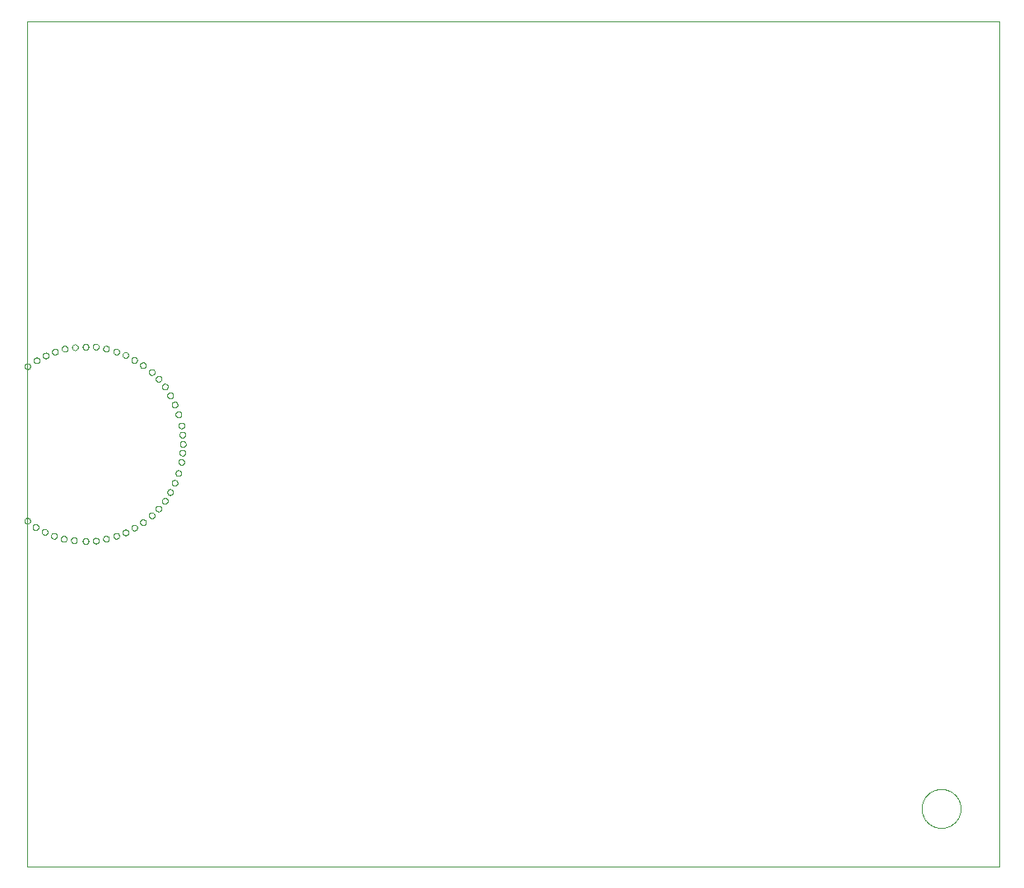
<source format=gbo>
G75*
%MOIN*%
%OFA0B0*%
%FSLAX25Y25*%
%IPPOS*%
%LPD*%
%AMOC8*
5,1,8,0,0,1.08239X$1,22.5*
%
%ADD10C,0.00000*%
D10*
X0026140Y0001800D02*
X0026140Y0344320D01*
X0419841Y0344320D01*
X0419841Y0001800D01*
X0026140Y0001800D01*
X0043857Y0134083D02*
X0043859Y0134152D01*
X0043865Y0134220D01*
X0043875Y0134288D01*
X0043889Y0134355D01*
X0043907Y0134422D01*
X0043928Y0134487D01*
X0043954Y0134551D01*
X0043983Y0134613D01*
X0044015Y0134673D01*
X0044051Y0134732D01*
X0044091Y0134788D01*
X0044133Y0134842D01*
X0044179Y0134893D01*
X0044228Y0134942D01*
X0044279Y0134988D01*
X0044333Y0135030D01*
X0044389Y0135070D01*
X0044447Y0135106D01*
X0044508Y0135138D01*
X0044570Y0135167D01*
X0044634Y0135193D01*
X0044699Y0135214D01*
X0044766Y0135232D01*
X0044833Y0135246D01*
X0044901Y0135256D01*
X0044969Y0135262D01*
X0045038Y0135264D01*
X0045107Y0135262D01*
X0045175Y0135256D01*
X0045243Y0135246D01*
X0045310Y0135232D01*
X0045377Y0135214D01*
X0045442Y0135193D01*
X0045506Y0135167D01*
X0045568Y0135138D01*
X0045628Y0135106D01*
X0045687Y0135070D01*
X0045743Y0135030D01*
X0045797Y0134988D01*
X0045848Y0134942D01*
X0045897Y0134893D01*
X0045943Y0134842D01*
X0045985Y0134788D01*
X0046025Y0134732D01*
X0046061Y0134673D01*
X0046093Y0134613D01*
X0046122Y0134551D01*
X0046148Y0134487D01*
X0046169Y0134422D01*
X0046187Y0134355D01*
X0046201Y0134288D01*
X0046211Y0134220D01*
X0046217Y0134152D01*
X0046219Y0134083D01*
X0046217Y0134014D01*
X0046211Y0133946D01*
X0046201Y0133878D01*
X0046187Y0133811D01*
X0046169Y0133744D01*
X0046148Y0133679D01*
X0046122Y0133615D01*
X0046093Y0133553D01*
X0046061Y0133492D01*
X0046025Y0133434D01*
X0045985Y0133378D01*
X0045943Y0133324D01*
X0045897Y0133273D01*
X0045848Y0133224D01*
X0045797Y0133178D01*
X0045743Y0133136D01*
X0045687Y0133096D01*
X0045629Y0133060D01*
X0045568Y0133028D01*
X0045506Y0132999D01*
X0045442Y0132973D01*
X0045377Y0132952D01*
X0045310Y0132934D01*
X0045243Y0132920D01*
X0045175Y0132910D01*
X0045107Y0132904D01*
X0045038Y0132902D01*
X0044969Y0132904D01*
X0044901Y0132910D01*
X0044833Y0132920D01*
X0044766Y0132934D01*
X0044699Y0132952D01*
X0044634Y0132973D01*
X0044570Y0132999D01*
X0044508Y0133028D01*
X0044447Y0133060D01*
X0044389Y0133096D01*
X0044333Y0133136D01*
X0044279Y0133178D01*
X0044228Y0133224D01*
X0044179Y0133273D01*
X0044133Y0133324D01*
X0044091Y0133378D01*
X0044051Y0133434D01*
X0044015Y0133492D01*
X0043983Y0133553D01*
X0043954Y0133615D01*
X0043928Y0133679D01*
X0043907Y0133744D01*
X0043889Y0133811D01*
X0043875Y0133878D01*
X0043865Y0133946D01*
X0043859Y0134014D01*
X0043857Y0134083D01*
X0039723Y0134674D02*
X0039725Y0134743D01*
X0039731Y0134811D01*
X0039741Y0134879D01*
X0039755Y0134946D01*
X0039773Y0135013D01*
X0039794Y0135078D01*
X0039820Y0135142D01*
X0039849Y0135204D01*
X0039881Y0135264D01*
X0039917Y0135323D01*
X0039957Y0135379D01*
X0039999Y0135433D01*
X0040045Y0135484D01*
X0040094Y0135533D01*
X0040145Y0135579D01*
X0040199Y0135621D01*
X0040255Y0135661D01*
X0040313Y0135697D01*
X0040374Y0135729D01*
X0040436Y0135758D01*
X0040500Y0135784D01*
X0040565Y0135805D01*
X0040632Y0135823D01*
X0040699Y0135837D01*
X0040767Y0135847D01*
X0040835Y0135853D01*
X0040904Y0135855D01*
X0040973Y0135853D01*
X0041041Y0135847D01*
X0041109Y0135837D01*
X0041176Y0135823D01*
X0041243Y0135805D01*
X0041308Y0135784D01*
X0041372Y0135758D01*
X0041434Y0135729D01*
X0041494Y0135697D01*
X0041553Y0135661D01*
X0041609Y0135621D01*
X0041663Y0135579D01*
X0041714Y0135533D01*
X0041763Y0135484D01*
X0041809Y0135433D01*
X0041851Y0135379D01*
X0041891Y0135323D01*
X0041927Y0135264D01*
X0041959Y0135204D01*
X0041988Y0135142D01*
X0042014Y0135078D01*
X0042035Y0135013D01*
X0042053Y0134946D01*
X0042067Y0134879D01*
X0042077Y0134811D01*
X0042083Y0134743D01*
X0042085Y0134674D01*
X0042083Y0134605D01*
X0042077Y0134537D01*
X0042067Y0134469D01*
X0042053Y0134402D01*
X0042035Y0134335D01*
X0042014Y0134270D01*
X0041988Y0134206D01*
X0041959Y0134144D01*
X0041927Y0134083D01*
X0041891Y0134025D01*
X0041851Y0133969D01*
X0041809Y0133915D01*
X0041763Y0133864D01*
X0041714Y0133815D01*
X0041663Y0133769D01*
X0041609Y0133727D01*
X0041553Y0133687D01*
X0041495Y0133651D01*
X0041434Y0133619D01*
X0041372Y0133590D01*
X0041308Y0133564D01*
X0041243Y0133543D01*
X0041176Y0133525D01*
X0041109Y0133511D01*
X0041041Y0133501D01*
X0040973Y0133495D01*
X0040904Y0133493D01*
X0040835Y0133495D01*
X0040767Y0133501D01*
X0040699Y0133511D01*
X0040632Y0133525D01*
X0040565Y0133543D01*
X0040500Y0133564D01*
X0040436Y0133590D01*
X0040374Y0133619D01*
X0040313Y0133651D01*
X0040255Y0133687D01*
X0040199Y0133727D01*
X0040145Y0133769D01*
X0040094Y0133815D01*
X0040045Y0133864D01*
X0039999Y0133915D01*
X0039957Y0133969D01*
X0039917Y0134025D01*
X0039881Y0134083D01*
X0039849Y0134144D01*
X0039820Y0134206D01*
X0039794Y0134270D01*
X0039773Y0134335D01*
X0039755Y0134402D01*
X0039741Y0134469D01*
X0039731Y0134537D01*
X0039725Y0134605D01*
X0039723Y0134674D01*
X0035786Y0135855D02*
X0035788Y0135924D01*
X0035794Y0135992D01*
X0035804Y0136060D01*
X0035818Y0136127D01*
X0035836Y0136194D01*
X0035857Y0136259D01*
X0035883Y0136323D01*
X0035912Y0136385D01*
X0035944Y0136445D01*
X0035980Y0136504D01*
X0036020Y0136560D01*
X0036062Y0136614D01*
X0036108Y0136665D01*
X0036157Y0136714D01*
X0036208Y0136760D01*
X0036262Y0136802D01*
X0036318Y0136842D01*
X0036376Y0136878D01*
X0036437Y0136910D01*
X0036499Y0136939D01*
X0036563Y0136965D01*
X0036628Y0136986D01*
X0036695Y0137004D01*
X0036762Y0137018D01*
X0036830Y0137028D01*
X0036898Y0137034D01*
X0036967Y0137036D01*
X0037036Y0137034D01*
X0037104Y0137028D01*
X0037172Y0137018D01*
X0037239Y0137004D01*
X0037306Y0136986D01*
X0037371Y0136965D01*
X0037435Y0136939D01*
X0037497Y0136910D01*
X0037557Y0136878D01*
X0037616Y0136842D01*
X0037672Y0136802D01*
X0037726Y0136760D01*
X0037777Y0136714D01*
X0037826Y0136665D01*
X0037872Y0136614D01*
X0037914Y0136560D01*
X0037954Y0136504D01*
X0037990Y0136445D01*
X0038022Y0136385D01*
X0038051Y0136323D01*
X0038077Y0136259D01*
X0038098Y0136194D01*
X0038116Y0136127D01*
X0038130Y0136060D01*
X0038140Y0135992D01*
X0038146Y0135924D01*
X0038148Y0135855D01*
X0038146Y0135786D01*
X0038140Y0135718D01*
X0038130Y0135650D01*
X0038116Y0135583D01*
X0038098Y0135516D01*
X0038077Y0135451D01*
X0038051Y0135387D01*
X0038022Y0135325D01*
X0037990Y0135264D01*
X0037954Y0135206D01*
X0037914Y0135150D01*
X0037872Y0135096D01*
X0037826Y0135045D01*
X0037777Y0134996D01*
X0037726Y0134950D01*
X0037672Y0134908D01*
X0037616Y0134868D01*
X0037558Y0134832D01*
X0037497Y0134800D01*
X0037435Y0134771D01*
X0037371Y0134745D01*
X0037306Y0134724D01*
X0037239Y0134706D01*
X0037172Y0134692D01*
X0037104Y0134682D01*
X0037036Y0134676D01*
X0036967Y0134674D01*
X0036898Y0134676D01*
X0036830Y0134682D01*
X0036762Y0134692D01*
X0036695Y0134706D01*
X0036628Y0134724D01*
X0036563Y0134745D01*
X0036499Y0134771D01*
X0036437Y0134800D01*
X0036376Y0134832D01*
X0036318Y0134868D01*
X0036262Y0134908D01*
X0036208Y0134950D01*
X0036157Y0134996D01*
X0036108Y0135045D01*
X0036062Y0135096D01*
X0036020Y0135150D01*
X0035980Y0135206D01*
X0035944Y0135264D01*
X0035912Y0135325D01*
X0035883Y0135387D01*
X0035857Y0135451D01*
X0035836Y0135516D01*
X0035818Y0135583D01*
X0035804Y0135650D01*
X0035794Y0135718D01*
X0035788Y0135786D01*
X0035786Y0135855D01*
X0032046Y0137430D02*
X0032048Y0137499D01*
X0032054Y0137567D01*
X0032064Y0137635D01*
X0032078Y0137702D01*
X0032096Y0137769D01*
X0032117Y0137834D01*
X0032143Y0137898D01*
X0032172Y0137960D01*
X0032204Y0138020D01*
X0032240Y0138079D01*
X0032280Y0138135D01*
X0032322Y0138189D01*
X0032368Y0138240D01*
X0032417Y0138289D01*
X0032468Y0138335D01*
X0032522Y0138377D01*
X0032578Y0138417D01*
X0032636Y0138453D01*
X0032697Y0138485D01*
X0032759Y0138514D01*
X0032823Y0138540D01*
X0032888Y0138561D01*
X0032955Y0138579D01*
X0033022Y0138593D01*
X0033090Y0138603D01*
X0033158Y0138609D01*
X0033227Y0138611D01*
X0033296Y0138609D01*
X0033364Y0138603D01*
X0033432Y0138593D01*
X0033499Y0138579D01*
X0033566Y0138561D01*
X0033631Y0138540D01*
X0033695Y0138514D01*
X0033757Y0138485D01*
X0033817Y0138453D01*
X0033876Y0138417D01*
X0033932Y0138377D01*
X0033986Y0138335D01*
X0034037Y0138289D01*
X0034086Y0138240D01*
X0034132Y0138189D01*
X0034174Y0138135D01*
X0034214Y0138079D01*
X0034250Y0138020D01*
X0034282Y0137960D01*
X0034311Y0137898D01*
X0034337Y0137834D01*
X0034358Y0137769D01*
X0034376Y0137702D01*
X0034390Y0137635D01*
X0034400Y0137567D01*
X0034406Y0137499D01*
X0034408Y0137430D01*
X0034406Y0137361D01*
X0034400Y0137293D01*
X0034390Y0137225D01*
X0034376Y0137158D01*
X0034358Y0137091D01*
X0034337Y0137026D01*
X0034311Y0136962D01*
X0034282Y0136900D01*
X0034250Y0136839D01*
X0034214Y0136781D01*
X0034174Y0136725D01*
X0034132Y0136671D01*
X0034086Y0136620D01*
X0034037Y0136571D01*
X0033986Y0136525D01*
X0033932Y0136483D01*
X0033876Y0136443D01*
X0033818Y0136407D01*
X0033757Y0136375D01*
X0033695Y0136346D01*
X0033631Y0136320D01*
X0033566Y0136299D01*
X0033499Y0136281D01*
X0033432Y0136267D01*
X0033364Y0136257D01*
X0033296Y0136251D01*
X0033227Y0136249D01*
X0033158Y0136251D01*
X0033090Y0136257D01*
X0033022Y0136267D01*
X0032955Y0136281D01*
X0032888Y0136299D01*
X0032823Y0136320D01*
X0032759Y0136346D01*
X0032697Y0136375D01*
X0032636Y0136407D01*
X0032578Y0136443D01*
X0032522Y0136483D01*
X0032468Y0136525D01*
X0032417Y0136571D01*
X0032368Y0136620D01*
X0032322Y0136671D01*
X0032280Y0136725D01*
X0032240Y0136781D01*
X0032204Y0136839D01*
X0032172Y0136900D01*
X0032143Y0136962D01*
X0032117Y0137026D01*
X0032096Y0137091D01*
X0032078Y0137158D01*
X0032064Y0137225D01*
X0032054Y0137293D01*
X0032048Y0137361D01*
X0032046Y0137430D01*
X0028306Y0139398D02*
X0028308Y0139467D01*
X0028314Y0139535D01*
X0028324Y0139603D01*
X0028338Y0139670D01*
X0028356Y0139737D01*
X0028377Y0139802D01*
X0028403Y0139866D01*
X0028432Y0139928D01*
X0028464Y0139988D01*
X0028500Y0140047D01*
X0028540Y0140103D01*
X0028582Y0140157D01*
X0028628Y0140208D01*
X0028677Y0140257D01*
X0028728Y0140303D01*
X0028782Y0140345D01*
X0028838Y0140385D01*
X0028896Y0140421D01*
X0028957Y0140453D01*
X0029019Y0140482D01*
X0029083Y0140508D01*
X0029148Y0140529D01*
X0029215Y0140547D01*
X0029282Y0140561D01*
X0029350Y0140571D01*
X0029418Y0140577D01*
X0029487Y0140579D01*
X0029556Y0140577D01*
X0029624Y0140571D01*
X0029692Y0140561D01*
X0029759Y0140547D01*
X0029826Y0140529D01*
X0029891Y0140508D01*
X0029955Y0140482D01*
X0030017Y0140453D01*
X0030077Y0140421D01*
X0030136Y0140385D01*
X0030192Y0140345D01*
X0030246Y0140303D01*
X0030297Y0140257D01*
X0030346Y0140208D01*
X0030392Y0140157D01*
X0030434Y0140103D01*
X0030474Y0140047D01*
X0030510Y0139988D01*
X0030542Y0139928D01*
X0030571Y0139866D01*
X0030597Y0139802D01*
X0030618Y0139737D01*
X0030636Y0139670D01*
X0030650Y0139603D01*
X0030660Y0139535D01*
X0030666Y0139467D01*
X0030668Y0139398D01*
X0030666Y0139329D01*
X0030660Y0139261D01*
X0030650Y0139193D01*
X0030636Y0139126D01*
X0030618Y0139059D01*
X0030597Y0138994D01*
X0030571Y0138930D01*
X0030542Y0138868D01*
X0030510Y0138807D01*
X0030474Y0138749D01*
X0030434Y0138693D01*
X0030392Y0138639D01*
X0030346Y0138588D01*
X0030297Y0138539D01*
X0030246Y0138493D01*
X0030192Y0138451D01*
X0030136Y0138411D01*
X0030078Y0138375D01*
X0030017Y0138343D01*
X0029955Y0138314D01*
X0029891Y0138288D01*
X0029826Y0138267D01*
X0029759Y0138249D01*
X0029692Y0138235D01*
X0029624Y0138225D01*
X0029556Y0138219D01*
X0029487Y0138217D01*
X0029418Y0138219D01*
X0029350Y0138225D01*
X0029282Y0138235D01*
X0029215Y0138249D01*
X0029148Y0138267D01*
X0029083Y0138288D01*
X0029019Y0138314D01*
X0028957Y0138343D01*
X0028896Y0138375D01*
X0028838Y0138411D01*
X0028782Y0138451D01*
X0028728Y0138493D01*
X0028677Y0138539D01*
X0028628Y0138588D01*
X0028582Y0138639D01*
X0028540Y0138693D01*
X0028500Y0138749D01*
X0028464Y0138807D01*
X0028432Y0138868D01*
X0028403Y0138930D01*
X0028377Y0138994D01*
X0028356Y0139059D01*
X0028338Y0139126D01*
X0028324Y0139193D01*
X0028314Y0139261D01*
X0028308Y0139329D01*
X0028306Y0139398D01*
X0024959Y0141957D02*
X0024961Y0142026D01*
X0024967Y0142094D01*
X0024977Y0142162D01*
X0024991Y0142229D01*
X0025009Y0142296D01*
X0025030Y0142361D01*
X0025056Y0142425D01*
X0025085Y0142487D01*
X0025117Y0142547D01*
X0025153Y0142606D01*
X0025193Y0142662D01*
X0025235Y0142716D01*
X0025281Y0142767D01*
X0025330Y0142816D01*
X0025381Y0142862D01*
X0025435Y0142904D01*
X0025491Y0142944D01*
X0025549Y0142980D01*
X0025610Y0143012D01*
X0025672Y0143041D01*
X0025736Y0143067D01*
X0025801Y0143088D01*
X0025868Y0143106D01*
X0025935Y0143120D01*
X0026003Y0143130D01*
X0026071Y0143136D01*
X0026140Y0143138D01*
X0026209Y0143136D01*
X0026277Y0143130D01*
X0026345Y0143120D01*
X0026412Y0143106D01*
X0026479Y0143088D01*
X0026544Y0143067D01*
X0026608Y0143041D01*
X0026670Y0143012D01*
X0026730Y0142980D01*
X0026789Y0142944D01*
X0026845Y0142904D01*
X0026899Y0142862D01*
X0026950Y0142816D01*
X0026999Y0142767D01*
X0027045Y0142716D01*
X0027087Y0142662D01*
X0027127Y0142606D01*
X0027163Y0142547D01*
X0027195Y0142487D01*
X0027224Y0142425D01*
X0027250Y0142361D01*
X0027271Y0142296D01*
X0027289Y0142229D01*
X0027303Y0142162D01*
X0027313Y0142094D01*
X0027319Y0142026D01*
X0027321Y0141957D01*
X0027319Y0141888D01*
X0027313Y0141820D01*
X0027303Y0141752D01*
X0027289Y0141685D01*
X0027271Y0141618D01*
X0027250Y0141553D01*
X0027224Y0141489D01*
X0027195Y0141427D01*
X0027163Y0141366D01*
X0027127Y0141308D01*
X0027087Y0141252D01*
X0027045Y0141198D01*
X0026999Y0141147D01*
X0026950Y0141098D01*
X0026899Y0141052D01*
X0026845Y0141010D01*
X0026789Y0140970D01*
X0026731Y0140934D01*
X0026670Y0140902D01*
X0026608Y0140873D01*
X0026544Y0140847D01*
X0026479Y0140826D01*
X0026412Y0140808D01*
X0026345Y0140794D01*
X0026277Y0140784D01*
X0026209Y0140778D01*
X0026140Y0140776D01*
X0026071Y0140778D01*
X0026003Y0140784D01*
X0025935Y0140794D01*
X0025868Y0140808D01*
X0025801Y0140826D01*
X0025736Y0140847D01*
X0025672Y0140873D01*
X0025610Y0140902D01*
X0025549Y0140934D01*
X0025491Y0140970D01*
X0025435Y0141010D01*
X0025381Y0141052D01*
X0025330Y0141098D01*
X0025281Y0141147D01*
X0025235Y0141198D01*
X0025193Y0141252D01*
X0025153Y0141308D01*
X0025117Y0141366D01*
X0025085Y0141427D01*
X0025056Y0141489D01*
X0025030Y0141553D01*
X0025009Y0141618D01*
X0024991Y0141685D01*
X0024977Y0141752D01*
X0024967Y0141820D01*
X0024961Y0141888D01*
X0024959Y0141957D01*
X0048581Y0133690D02*
X0048583Y0133759D01*
X0048589Y0133827D01*
X0048599Y0133895D01*
X0048613Y0133962D01*
X0048631Y0134029D01*
X0048652Y0134094D01*
X0048678Y0134158D01*
X0048707Y0134220D01*
X0048739Y0134280D01*
X0048775Y0134339D01*
X0048815Y0134395D01*
X0048857Y0134449D01*
X0048903Y0134500D01*
X0048952Y0134549D01*
X0049003Y0134595D01*
X0049057Y0134637D01*
X0049113Y0134677D01*
X0049171Y0134713D01*
X0049232Y0134745D01*
X0049294Y0134774D01*
X0049358Y0134800D01*
X0049423Y0134821D01*
X0049490Y0134839D01*
X0049557Y0134853D01*
X0049625Y0134863D01*
X0049693Y0134869D01*
X0049762Y0134871D01*
X0049831Y0134869D01*
X0049899Y0134863D01*
X0049967Y0134853D01*
X0050034Y0134839D01*
X0050101Y0134821D01*
X0050166Y0134800D01*
X0050230Y0134774D01*
X0050292Y0134745D01*
X0050352Y0134713D01*
X0050411Y0134677D01*
X0050467Y0134637D01*
X0050521Y0134595D01*
X0050572Y0134549D01*
X0050621Y0134500D01*
X0050667Y0134449D01*
X0050709Y0134395D01*
X0050749Y0134339D01*
X0050785Y0134280D01*
X0050817Y0134220D01*
X0050846Y0134158D01*
X0050872Y0134094D01*
X0050893Y0134029D01*
X0050911Y0133962D01*
X0050925Y0133895D01*
X0050935Y0133827D01*
X0050941Y0133759D01*
X0050943Y0133690D01*
X0050941Y0133621D01*
X0050935Y0133553D01*
X0050925Y0133485D01*
X0050911Y0133418D01*
X0050893Y0133351D01*
X0050872Y0133286D01*
X0050846Y0133222D01*
X0050817Y0133160D01*
X0050785Y0133099D01*
X0050749Y0133041D01*
X0050709Y0132985D01*
X0050667Y0132931D01*
X0050621Y0132880D01*
X0050572Y0132831D01*
X0050521Y0132785D01*
X0050467Y0132743D01*
X0050411Y0132703D01*
X0050353Y0132667D01*
X0050292Y0132635D01*
X0050230Y0132606D01*
X0050166Y0132580D01*
X0050101Y0132559D01*
X0050034Y0132541D01*
X0049967Y0132527D01*
X0049899Y0132517D01*
X0049831Y0132511D01*
X0049762Y0132509D01*
X0049693Y0132511D01*
X0049625Y0132517D01*
X0049557Y0132527D01*
X0049490Y0132541D01*
X0049423Y0132559D01*
X0049358Y0132580D01*
X0049294Y0132606D01*
X0049232Y0132635D01*
X0049171Y0132667D01*
X0049113Y0132703D01*
X0049057Y0132743D01*
X0049003Y0132785D01*
X0048952Y0132831D01*
X0048903Y0132880D01*
X0048857Y0132931D01*
X0048815Y0132985D01*
X0048775Y0133041D01*
X0048739Y0133099D01*
X0048707Y0133160D01*
X0048678Y0133222D01*
X0048652Y0133286D01*
X0048631Y0133351D01*
X0048613Y0133418D01*
X0048599Y0133485D01*
X0048589Y0133553D01*
X0048583Y0133621D01*
X0048581Y0133690D01*
X0052715Y0133887D02*
X0052717Y0133956D01*
X0052723Y0134024D01*
X0052733Y0134092D01*
X0052747Y0134159D01*
X0052765Y0134226D01*
X0052786Y0134291D01*
X0052812Y0134355D01*
X0052841Y0134417D01*
X0052873Y0134477D01*
X0052909Y0134536D01*
X0052949Y0134592D01*
X0052991Y0134646D01*
X0053037Y0134697D01*
X0053086Y0134746D01*
X0053137Y0134792D01*
X0053191Y0134834D01*
X0053247Y0134874D01*
X0053305Y0134910D01*
X0053366Y0134942D01*
X0053428Y0134971D01*
X0053492Y0134997D01*
X0053557Y0135018D01*
X0053624Y0135036D01*
X0053691Y0135050D01*
X0053759Y0135060D01*
X0053827Y0135066D01*
X0053896Y0135068D01*
X0053965Y0135066D01*
X0054033Y0135060D01*
X0054101Y0135050D01*
X0054168Y0135036D01*
X0054235Y0135018D01*
X0054300Y0134997D01*
X0054364Y0134971D01*
X0054426Y0134942D01*
X0054486Y0134910D01*
X0054545Y0134874D01*
X0054601Y0134834D01*
X0054655Y0134792D01*
X0054706Y0134746D01*
X0054755Y0134697D01*
X0054801Y0134646D01*
X0054843Y0134592D01*
X0054883Y0134536D01*
X0054919Y0134477D01*
X0054951Y0134417D01*
X0054980Y0134355D01*
X0055006Y0134291D01*
X0055027Y0134226D01*
X0055045Y0134159D01*
X0055059Y0134092D01*
X0055069Y0134024D01*
X0055075Y0133956D01*
X0055077Y0133887D01*
X0055075Y0133818D01*
X0055069Y0133750D01*
X0055059Y0133682D01*
X0055045Y0133615D01*
X0055027Y0133548D01*
X0055006Y0133483D01*
X0054980Y0133419D01*
X0054951Y0133357D01*
X0054919Y0133296D01*
X0054883Y0133238D01*
X0054843Y0133182D01*
X0054801Y0133128D01*
X0054755Y0133077D01*
X0054706Y0133028D01*
X0054655Y0132982D01*
X0054601Y0132940D01*
X0054545Y0132900D01*
X0054487Y0132864D01*
X0054426Y0132832D01*
X0054364Y0132803D01*
X0054300Y0132777D01*
X0054235Y0132756D01*
X0054168Y0132738D01*
X0054101Y0132724D01*
X0054033Y0132714D01*
X0053965Y0132708D01*
X0053896Y0132706D01*
X0053827Y0132708D01*
X0053759Y0132714D01*
X0053691Y0132724D01*
X0053624Y0132738D01*
X0053557Y0132756D01*
X0053492Y0132777D01*
X0053428Y0132803D01*
X0053366Y0132832D01*
X0053305Y0132864D01*
X0053247Y0132900D01*
X0053191Y0132940D01*
X0053137Y0132982D01*
X0053086Y0133028D01*
X0053037Y0133077D01*
X0052991Y0133128D01*
X0052949Y0133182D01*
X0052909Y0133238D01*
X0052873Y0133296D01*
X0052841Y0133357D01*
X0052812Y0133419D01*
X0052786Y0133483D01*
X0052765Y0133548D01*
X0052747Y0133615D01*
X0052733Y0133682D01*
X0052723Y0133750D01*
X0052717Y0133818D01*
X0052715Y0133887D01*
X0056849Y0134674D02*
X0056851Y0134743D01*
X0056857Y0134811D01*
X0056867Y0134879D01*
X0056881Y0134946D01*
X0056899Y0135013D01*
X0056920Y0135078D01*
X0056946Y0135142D01*
X0056975Y0135204D01*
X0057007Y0135264D01*
X0057043Y0135323D01*
X0057083Y0135379D01*
X0057125Y0135433D01*
X0057171Y0135484D01*
X0057220Y0135533D01*
X0057271Y0135579D01*
X0057325Y0135621D01*
X0057381Y0135661D01*
X0057439Y0135697D01*
X0057500Y0135729D01*
X0057562Y0135758D01*
X0057626Y0135784D01*
X0057691Y0135805D01*
X0057758Y0135823D01*
X0057825Y0135837D01*
X0057893Y0135847D01*
X0057961Y0135853D01*
X0058030Y0135855D01*
X0058099Y0135853D01*
X0058167Y0135847D01*
X0058235Y0135837D01*
X0058302Y0135823D01*
X0058369Y0135805D01*
X0058434Y0135784D01*
X0058498Y0135758D01*
X0058560Y0135729D01*
X0058620Y0135697D01*
X0058679Y0135661D01*
X0058735Y0135621D01*
X0058789Y0135579D01*
X0058840Y0135533D01*
X0058889Y0135484D01*
X0058935Y0135433D01*
X0058977Y0135379D01*
X0059017Y0135323D01*
X0059053Y0135264D01*
X0059085Y0135204D01*
X0059114Y0135142D01*
X0059140Y0135078D01*
X0059161Y0135013D01*
X0059179Y0134946D01*
X0059193Y0134879D01*
X0059203Y0134811D01*
X0059209Y0134743D01*
X0059211Y0134674D01*
X0059209Y0134605D01*
X0059203Y0134537D01*
X0059193Y0134469D01*
X0059179Y0134402D01*
X0059161Y0134335D01*
X0059140Y0134270D01*
X0059114Y0134206D01*
X0059085Y0134144D01*
X0059053Y0134083D01*
X0059017Y0134025D01*
X0058977Y0133969D01*
X0058935Y0133915D01*
X0058889Y0133864D01*
X0058840Y0133815D01*
X0058789Y0133769D01*
X0058735Y0133727D01*
X0058679Y0133687D01*
X0058621Y0133651D01*
X0058560Y0133619D01*
X0058498Y0133590D01*
X0058434Y0133564D01*
X0058369Y0133543D01*
X0058302Y0133525D01*
X0058235Y0133511D01*
X0058167Y0133501D01*
X0058099Y0133495D01*
X0058030Y0133493D01*
X0057961Y0133495D01*
X0057893Y0133501D01*
X0057825Y0133511D01*
X0057758Y0133525D01*
X0057691Y0133543D01*
X0057626Y0133564D01*
X0057562Y0133590D01*
X0057500Y0133619D01*
X0057439Y0133651D01*
X0057381Y0133687D01*
X0057325Y0133727D01*
X0057271Y0133769D01*
X0057220Y0133815D01*
X0057171Y0133864D01*
X0057125Y0133915D01*
X0057083Y0133969D01*
X0057043Y0134025D01*
X0057007Y0134083D01*
X0056975Y0134144D01*
X0056946Y0134206D01*
X0056920Y0134270D01*
X0056899Y0134335D01*
X0056881Y0134402D01*
X0056867Y0134469D01*
X0056857Y0134537D01*
X0056851Y0134605D01*
X0056849Y0134674D01*
X0060983Y0135855D02*
X0060985Y0135924D01*
X0060991Y0135992D01*
X0061001Y0136060D01*
X0061015Y0136127D01*
X0061033Y0136194D01*
X0061054Y0136259D01*
X0061080Y0136323D01*
X0061109Y0136385D01*
X0061141Y0136445D01*
X0061177Y0136504D01*
X0061217Y0136560D01*
X0061259Y0136614D01*
X0061305Y0136665D01*
X0061354Y0136714D01*
X0061405Y0136760D01*
X0061459Y0136802D01*
X0061515Y0136842D01*
X0061573Y0136878D01*
X0061634Y0136910D01*
X0061696Y0136939D01*
X0061760Y0136965D01*
X0061825Y0136986D01*
X0061892Y0137004D01*
X0061959Y0137018D01*
X0062027Y0137028D01*
X0062095Y0137034D01*
X0062164Y0137036D01*
X0062233Y0137034D01*
X0062301Y0137028D01*
X0062369Y0137018D01*
X0062436Y0137004D01*
X0062503Y0136986D01*
X0062568Y0136965D01*
X0062632Y0136939D01*
X0062694Y0136910D01*
X0062754Y0136878D01*
X0062813Y0136842D01*
X0062869Y0136802D01*
X0062923Y0136760D01*
X0062974Y0136714D01*
X0063023Y0136665D01*
X0063069Y0136614D01*
X0063111Y0136560D01*
X0063151Y0136504D01*
X0063187Y0136445D01*
X0063219Y0136385D01*
X0063248Y0136323D01*
X0063274Y0136259D01*
X0063295Y0136194D01*
X0063313Y0136127D01*
X0063327Y0136060D01*
X0063337Y0135992D01*
X0063343Y0135924D01*
X0063345Y0135855D01*
X0063343Y0135786D01*
X0063337Y0135718D01*
X0063327Y0135650D01*
X0063313Y0135583D01*
X0063295Y0135516D01*
X0063274Y0135451D01*
X0063248Y0135387D01*
X0063219Y0135325D01*
X0063187Y0135264D01*
X0063151Y0135206D01*
X0063111Y0135150D01*
X0063069Y0135096D01*
X0063023Y0135045D01*
X0062974Y0134996D01*
X0062923Y0134950D01*
X0062869Y0134908D01*
X0062813Y0134868D01*
X0062755Y0134832D01*
X0062694Y0134800D01*
X0062632Y0134771D01*
X0062568Y0134745D01*
X0062503Y0134724D01*
X0062436Y0134706D01*
X0062369Y0134692D01*
X0062301Y0134682D01*
X0062233Y0134676D01*
X0062164Y0134674D01*
X0062095Y0134676D01*
X0062027Y0134682D01*
X0061959Y0134692D01*
X0061892Y0134706D01*
X0061825Y0134724D01*
X0061760Y0134745D01*
X0061696Y0134771D01*
X0061634Y0134800D01*
X0061573Y0134832D01*
X0061515Y0134868D01*
X0061459Y0134908D01*
X0061405Y0134950D01*
X0061354Y0134996D01*
X0061305Y0135045D01*
X0061259Y0135096D01*
X0061217Y0135150D01*
X0061177Y0135206D01*
X0061141Y0135264D01*
X0061109Y0135325D01*
X0061080Y0135387D01*
X0061054Y0135451D01*
X0061033Y0135516D01*
X0061015Y0135583D01*
X0061001Y0135650D01*
X0060991Y0135718D01*
X0060985Y0135786D01*
X0060983Y0135855D01*
X0064723Y0137233D02*
X0064725Y0137302D01*
X0064731Y0137370D01*
X0064741Y0137438D01*
X0064755Y0137505D01*
X0064773Y0137572D01*
X0064794Y0137637D01*
X0064820Y0137701D01*
X0064849Y0137763D01*
X0064881Y0137823D01*
X0064917Y0137882D01*
X0064957Y0137938D01*
X0064999Y0137992D01*
X0065045Y0138043D01*
X0065094Y0138092D01*
X0065145Y0138138D01*
X0065199Y0138180D01*
X0065255Y0138220D01*
X0065313Y0138256D01*
X0065374Y0138288D01*
X0065436Y0138317D01*
X0065500Y0138343D01*
X0065565Y0138364D01*
X0065632Y0138382D01*
X0065699Y0138396D01*
X0065767Y0138406D01*
X0065835Y0138412D01*
X0065904Y0138414D01*
X0065973Y0138412D01*
X0066041Y0138406D01*
X0066109Y0138396D01*
X0066176Y0138382D01*
X0066243Y0138364D01*
X0066308Y0138343D01*
X0066372Y0138317D01*
X0066434Y0138288D01*
X0066494Y0138256D01*
X0066553Y0138220D01*
X0066609Y0138180D01*
X0066663Y0138138D01*
X0066714Y0138092D01*
X0066763Y0138043D01*
X0066809Y0137992D01*
X0066851Y0137938D01*
X0066891Y0137882D01*
X0066927Y0137823D01*
X0066959Y0137763D01*
X0066988Y0137701D01*
X0067014Y0137637D01*
X0067035Y0137572D01*
X0067053Y0137505D01*
X0067067Y0137438D01*
X0067077Y0137370D01*
X0067083Y0137302D01*
X0067085Y0137233D01*
X0067083Y0137164D01*
X0067077Y0137096D01*
X0067067Y0137028D01*
X0067053Y0136961D01*
X0067035Y0136894D01*
X0067014Y0136829D01*
X0066988Y0136765D01*
X0066959Y0136703D01*
X0066927Y0136642D01*
X0066891Y0136584D01*
X0066851Y0136528D01*
X0066809Y0136474D01*
X0066763Y0136423D01*
X0066714Y0136374D01*
X0066663Y0136328D01*
X0066609Y0136286D01*
X0066553Y0136246D01*
X0066495Y0136210D01*
X0066434Y0136178D01*
X0066372Y0136149D01*
X0066308Y0136123D01*
X0066243Y0136102D01*
X0066176Y0136084D01*
X0066109Y0136070D01*
X0066041Y0136060D01*
X0065973Y0136054D01*
X0065904Y0136052D01*
X0065835Y0136054D01*
X0065767Y0136060D01*
X0065699Y0136070D01*
X0065632Y0136084D01*
X0065565Y0136102D01*
X0065500Y0136123D01*
X0065436Y0136149D01*
X0065374Y0136178D01*
X0065313Y0136210D01*
X0065255Y0136246D01*
X0065199Y0136286D01*
X0065145Y0136328D01*
X0065094Y0136374D01*
X0065045Y0136423D01*
X0064999Y0136474D01*
X0064957Y0136528D01*
X0064917Y0136584D01*
X0064881Y0136642D01*
X0064849Y0136703D01*
X0064820Y0136765D01*
X0064794Y0136829D01*
X0064773Y0136894D01*
X0064755Y0136961D01*
X0064741Y0137028D01*
X0064731Y0137096D01*
X0064725Y0137164D01*
X0064723Y0137233D01*
X0068266Y0139202D02*
X0068268Y0139271D01*
X0068274Y0139339D01*
X0068284Y0139407D01*
X0068298Y0139474D01*
X0068316Y0139541D01*
X0068337Y0139606D01*
X0068363Y0139670D01*
X0068392Y0139732D01*
X0068424Y0139792D01*
X0068460Y0139851D01*
X0068500Y0139907D01*
X0068542Y0139961D01*
X0068588Y0140012D01*
X0068637Y0140061D01*
X0068688Y0140107D01*
X0068742Y0140149D01*
X0068798Y0140189D01*
X0068856Y0140225D01*
X0068917Y0140257D01*
X0068979Y0140286D01*
X0069043Y0140312D01*
X0069108Y0140333D01*
X0069175Y0140351D01*
X0069242Y0140365D01*
X0069310Y0140375D01*
X0069378Y0140381D01*
X0069447Y0140383D01*
X0069516Y0140381D01*
X0069584Y0140375D01*
X0069652Y0140365D01*
X0069719Y0140351D01*
X0069786Y0140333D01*
X0069851Y0140312D01*
X0069915Y0140286D01*
X0069977Y0140257D01*
X0070037Y0140225D01*
X0070096Y0140189D01*
X0070152Y0140149D01*
X0070206Y0140107D01*
X0070257Y0140061D01*
X0070306Y0140012D01*
X0070352Y0139961D01*
X0070394Y0139907D01*
X0070434Y0139851D01*
X0070470Y0139792D01*
X0070502Y0139732D01*
X0070531Y0139670D01*
X0070557Y0139606D01*
X0070578Y0139541D01*
X0070596Y0139474D01*
X0070610Y0139407D01*
X0070620Y0139339D01*
X0070626Y0139271D01*
X0070628Y0139202D01*
X0070626Y0139133D01*
X0070620Y0139065D01*
X0070610Y0138997D01*
X0070596Y0138930D01*
X0070578Y0138863D01*
X0070557Y0138798D01*
X0070531Y0138734D01*
X0070502Y0138672D01*
X0070470Y0138611D01*
X0070434Y0138553D01*
X0070394Y0138497D01*
X0070352Y0138443D01*
X0070306Y0138392D01*
X0070257Y0138343D01*
X0070206Y0138297D01*
X0070152Y0138255D01*
X0070096Y0138215D01*
X0070038Y0138179D01*
X0069977Y0138147D01*
X0069915Y0138118D01*
X0069851Y0138092D01*
X0069786Y0138071D01*
X0069719Y0138053D01*
X0069652Y0138039D01*
X0069584Y0138029D01*
X0069516Y0138023D01*
X0069447Y0138021D01*
X0069378Y0138023D01*
X0069310Y0138029D01*
X0069242Y0138039D01*
X0069175Y0138053D01*
X0069108Y0138071D01*
X0069043Y0138092D01*
X0068979Y0138118D01*
X0068917Y0138147D01*
X0068856Y0138179D01*
X0068798Y0138215D01*
X0068742Y0138255D01*
X0068688Y0138297D01*
X0068637Y0138343D01*
X0068588Y0138392D01*
X0068542Y0138443D01*
X0068500Y0138497D01*
X0068460Y0138553D01*
X0068424Y0138611D01*
X0068392Y0138672D01*
X0068363Y0138734D01*
X0068337Y0138798D01*
X0068316Y0138863D01*
X0068298Y0138930D01*
X0068284Y0138997D01*
X0068274Y0139065D01*
X0068268Y0139133D01*
X0068266Y0139202D01*
X0071810Y0141367D02*
X0071812Y0141436D01*
X0071818Y0141504D01*
X0071828Y0141572D01*
X0071842Y0141639D01*
X0071860Y0141706D01*
X0071881Y0141771D01*
X0071907Y0141835D01*
X0071936Y0141897D01*
X0071968Y0141957D01*
X0072004Y0142016D01*
X0072044Y0142072D01*
X0072086Y0142126D01*
X0072132Y0142177D01*
X0072181Y0142226D01*
X0072232Y0142272D01*
X0072286Y0142314D01*
X0072342Y0142354D01*
X0072400Y0142390D01*
X0072461Y0142422D01*
X0072523Y0142451D01*
X0072587Y0142477D01*
X0072652Y0142498D01*
X0072719Y0142516D01*
X0072786Y0142530D01*
X0072854Y0142540D01*
X0072922Y0142546D01*
X0072991Y0142548D01*
X0073060Y0142546D01*
X0073128Y0142540D01*
X0073196Y0142530D01*
X0073263Y0142516D01*
X0073330Y0142498D01*
X0073395Y0142477D01*
X0073459Y0142451D01*
X0073521Y0142422D01*
X0073581Y0142390D01*
X0073640Y0142354D01*
X0073696Y0142314D01*
X0073750Y0142272D01*
X0073801Y0142226D01*
X0073850Y0142177D01*
X0073896Y0142126D01*
X0073938Y0142072D01*
X0073978Y0142016D01*
X0074014Y0141957D01*
X0074046Y0141897D01*
X0074075Y0141835D01*
X0074101Y0141771D01*
X0074122Y0141706D01*
X0074140Y0141639D01*
X0074154Y0141572D01*
X0074164Y0141504D01*
X0074170Y0141436D01*
X0074172Y0141367D01*
X0074170Y0141298D01*
X0074164Y0141230D01*
X0074154Y0141162D01*
X0074140Y0141095D01*
X0074122Y0141028D01*
X0074101Y0140963D01*
X0074075Y0140899D01*
X0074046Y0140837D01*
X0074014Y0140776D01*
X0073978Y0140718D01*
X0073938Y0140662D01*
X0073896Y0140608D01*
X0073850Y0140557D01*
X0073801Y0140508D01*
X0073750Y0140462D01*
X0073696Y0140420D01*
X0073640Y0140380D01*
X0073582Y0140344D01*
X0073521Y0140312D01*
X0073459Y0140283D01*
X0073395Y0140257D01*
X0073330Y0140236D01*
X0073263Y0140218D01*
X0073196Y0140204D01*
X0073128Y0140194D01*
X0073060Y0140188D01*
X0072991Y0140186D01*
X0072922Y0140188D01*
X0072854Y0140194D01*
X0072786Y0140204D01*
X0072719Y0140218D01*
X0072652Y0140236D01*
X0072587Y0140257D01*
X0072523Y0140283D01*
X0072461Y0140312D01*
X0072400Y0140344D01*
X0072342Y0140380D01*
X0072286Y0140420D01*
X0072232Y0140462D01*
X0072181Y0140508D01*
X0072132Y0140557D01*
X0072086Y0140608D01*
X0072044Y0140662D01*
X0072004Y0140718D01*
X0071968Y0140776D01*
X0071936Y0140837D01*
X0071907Y0140899D01*
X0071881Y0140963D01*
X0071860Y0141028D01*
X0071842Y0141095D01*
X0071828Y0141162D01*
X0071818Y0141230D01*
X0071812Y0141298D01*
X0071810Y0141367D01*
X0075353Y0144123D02*
X0075355Y0144192D01*
X0075361Y0144260D01*
X0075371Y0144328D01*
X0075385Y0144395D01*
X0075403Y0144462D01*
X0075424Y0144527D01*
X0075450Y0144591D01*
X0075479Y0144653D01*
X0075511Y0144713D01*
X0075547Y0144772D01*
X0075587Y0144828D01*
X0075629Y0144882D01*
X0075675Y0144933D01*
X0075724Y0144982D01*
X0075775Y0145028D01*
X0075829Y0145070D01*
X0075885Y0145110D01*
X0075943Y0145146D01*
X0076004Y0145178D01*
X0076066Y0145207D01*
X0076130Y0145233D01*
X0076195Y0145254D01*
X0076262Y0145272D01*
X0076329Y0145286D01*
X0076397Y0145296D01*
X0076465Y0145302D01*
X0076534Y0145304D01*
X0076603Y0145302D01*
X0076671Y0145296D01*
X0076739Y0145286D01*
X0076806Y0145272D01*
X0076873Y0145254D01*
X0076938Y0145233D01*
X0077002Y0145207D01*
X0077064Y0145178D01*
X0077124Y0145146D01*
X0077183Y0145110D01*
X0077239Y0145070D01*
X0077293Y0145028D01*
X0077344Y0144982D01*
X0077393Y0144933D01*
X0077439Y0144882D01*
X0077481Y0144828D01*
X0077521Y0144772D01*
X0077557Y0144713D01*
X0077589Y0144653D01*
X0077618Y0144591D01*
X0077644Y0144527D01*
X0077665Y0144462D01*
X0077683Y0144395D01*
X0077697Y0144328D01*
X0077707Y0144260D01*
X0077713Y0144192D01*
X0077715Y0144123D01*
X0077713Y0144054D01*
X0077707Y0143986D01*
X0077697Y0143918D01*
X0077683Y0143851D01*
X0077665Y0143784D01*
X0077644Y0143719D01*
X0077618Y0143655D01*
X0077589Y0143593D01*
X0077557Y0143532D01*
X0077521Y0143474D01*
X0077481Y0143418D01*
X0077439Y0143364D01*
X0077393Y0143313D01*
X0077344Y0143264D01*
X0077293Y0143218D01*
X0077239Y0143176D01*
X0077183Y0143136D01*
X0077125Y0143100D01*
X0077064Y0143068D01*
X0077002Y0143039D01*
X0076938Y0143013D01*
X0076873Y0142992D01*
X0076806Y0142974D01*
X0076739Y0142960D01*
X0076671Y0142950D01*
X0076603Y0142944D01*
X0076534Y0142942D01*
X0076465Y0142944D01*
X0076397Y0142950D01*
X0076329Y0142960D01*
X0076262Y0142974D01*
X0076195Y0142992D01*
X0076130Y0143013D01*
X0076066Y0143039D01*
X0076004Y0143068D01*
X0075943Y0143100D01*
X0075885Y0143136D01*
X0075829Y0143176D01*
X0075775Y0143218D01*
X0075724Y0143264D01*
X0075675Y0143313D01*
X0075629Y0143364D01*
X0075587Y0143418D01*
X0075547Y0143474D01*
X0075511Y0143532D01*
X0075479Y0143593D01*
X0075450Y0143655D01*
X0075424Y0143719D01*
X0075403Y0143784D01*
X0075385Y0143851D01*
X0075371Y0143918D01*
X0075361Y0143986D01*
X0075355Y0144054D01*
X0075353Y0144123D01*
X0078109Y0146879D02*
X0078111Y0146948D01*
X0078117Y0147016D01*
X0078127Y0147084D01*
X0078141Y0147151D01*
X0078159Y0147218D01*
X0078180Y0147283D01*
X0078206Y0147347D01*
X0078235Y0147409D01*
X0078267Y0147469D01*
X0078303Y0147528D01*
X0078343Y0147584D01*
X0078385Y0147638D01*
X0078431Y0147689D01*
X0078480Y0147738D01*
X0078531Y0147784D01*
X0078585Y0147826D01*
X0078641Y0147866D01*
X0078699Y0147902D01*
X0078760Y0147934D01*
X0078822Y0147963D01*
X0078886Y0147989D01*
X0078951Y0148010D01*
X0079018Y0148028D01*
X0079085Y0148042D01*
X0079153Y0148052D01*
X0079221Y0148058D01*
X0079290Y0148060D01*
X0079359Y0148058D01*
X0079427Y0148052D01*
X0079495Y0148042D01*
X0079562Y0148028D01*
X0079629Y0148010D01*
X0079694Y0147989D01*
X0079758Y0147963D01*
X0079820Y0147934D01*
X0079880Y0147902D01*
X0079939Y0147866D01*
X0079995Y0147826D01*
X0080049Y0147784D01*
X0080100Y0147738D01*
X0080149Y0147689D01*
X0080195Y0147638D01*
X0080237Y0147584D01*
X0080277Y0147528D01*
X0080313Y0147469D01*
X0080345Y0147409D01*
X0080374Y0147347D01*
X0080400Y0147283D01*
X0080421Y0147218D01*
X0080439Y0147151D01*
X0080453Y0147084D01*
X0080463Y0147016D01*
X0080469Y0146948D01*
X0080471Y0146879D01*
X0080469Y0146810D01*
X0080463Y0146742D01*
X0080453Y0146674D01*
X0080439Y0146607D01*
X0080421Y0146540D01*
X0080400Y0146475D01*
X0080374Y0146411D01*
X0080345Y0146349D01*
X0080313Y0146288D01*
X0080277Y0146230D01*
X0080237Y0146174D01*
X0080195Y0146120D01*
X0080149Y0146069D01*
X0080100Y0146020D01*
X0080049Y0145974D01*
X0079995Y0145932D01*
X0079939Y0145892D01*
X0079881Y0145856D01*
X0079820Y0145824D01*
X0079758Y0145795D01*
X0079694Y0145769D01*
X0079629Y0145748D01*
X0079562Y0145730D01*
X0079495Y0145716D01*
X0079427Y0145706D01*
X0079359Y0145700D01*
X0079290Y0145698D01*
X0079221Y0145700D01*
X0079153Y0145706D01*
X0079085Y0145716D01*
X0079018Y0145730D01*
X0078951Y0145748D01*
X0078886Y0145769D01*
X0078822Y0145795D01*
X0078760Y0145824D01*
X0078699Y0145856D01*
X0078641Y0145892D01*
X0078585Y0145932D01*
X0078531Y0145974D01*
X0078480Y0146020D01*
X0078431Y0146069D01*
X0078385Y0146120D01*
X0078343Y0146174D01*
X0078303Y0146230D01*
X0078267Y0146288D01*
X0078235Y0146349D01*
X0078206Y0146411D01*
X0078180Y0146475D01*
X0078159Y0146540D01*
X0078141Y0146607D01*
X0078127Y0146674D01*
X0078117Y0146742D01*
X0078111Y0146810D01*
X0078109Y0146879D01*
X0080668Y0150028D02*
X0080670Y0150097D01*
X0080676Y0150165D01*
X0080686Y0150233D01*
X0080700Y0150300D01*
X0080718Y0150367D01*
X0080739Y0150432D01*
X0080765Y0150496D01*
X0080794Y0150558D01*
X0080826Y0150618D01*
X0080862Y0150677D01*
X0080902Y0150733D01*
X0080944Y0150787D01*
X0080990Y0150838D01*
X0081039Y0150887D01*
X0081090Y0150933D01*
X0081144Y0150975D01*
X0081200Y0151015D01*
X0081258Y0151051D01*
X0081319Y0151083D01*
X0081381Y0151112D01*
X0081445Y0151138D01*
X0081510Y0151159D01*
X0081577Y0151177D01*
X0081644Y0151191D01*
X0081712Y0151201D01*
X0081780Y0151207D01*
X0081849Y0151209D01*
X0081918Y0151207D01*
X0081986Y0151201D01*
X0082054Y0151191D01*
X0082121Y0151177D01*
X0082188Y0151159D01*
X0082253Y0151138D01*
X0082317Y0151112D01*
X0082379Y0151083D01*
X0082439Y0151051D01*
X0082498Y0151015D01*
X0082554Y0150975D01*
X0082608Y0150933D01*
X0082659Y0150887D01*
X0082708Y0150838D01*
X0082754Y0150787D01*
X0082796Y0150733D01*
X0082836Y0150677D01*
X0082872Y0150618D01*
X0082904Y0150558D01*
X0082933Y0150496D01*
X0082959Y0150432D01*
X0082980Y0150367D01*
X0082998Y0150300D01*
X0083012Y0150233D01*
X0083022Y0150165D01*
X0083028Y0150097D01*
X0083030Y0150028D01*
X0083028Y0149959D01*
X0083022Y0149891D01*
X0083012Y0149823D01*
X0082998Y0149756D01*
X0082980Y0149689D01*
X0082959Y0149624D01*
X0082933Y0149560D01*
X0082904Y0149498D01*
X0082872Y0149437D01*
X0082836Y0149379D01*
X0082796Y0149323D01*
X0082754Y0149269D01*
X0082708Y0149218D01*
X0082659Y0149169D01*
X0082608Y0149123D01*
X0082554Y0149081D01*
X0082498Y0149041D01*
X0082440Y0149005D01*
X0082379Y0148973D01*
X0082317Y0148944D01*
X0082253Y0148918D01*
X0082188Y0148897D01*
X0082121Y0148879D01*
X0082054Y0148865D01*
X0081986Y0148855D01*
X0081918Y0148849D01*
X0081849Y0148847D01*
X0081780Y0148849D01*
X0081712Y0148855D01*
X0081644Y0148865D01*
X0081577Y0148879D01*
X0081510Y0148897D01*
X0081445Y0148918D01*
X0081381Y0148944D01*
X0081319Y0148973D01*
X0081258Y0149005D01*
X0081200Y0149041D01*
X0081144Y0149081D01*
X0081090Y0149123D01*
X0081039Y0149169D01*
X0080990Y0149218D01*
X0080944Y0149269D01*
X0080902Y0149323D01*
X0080862Y0149379D01*
X0080826Y0149437D01*
X0080794Y0149498D01*
X0080765Y0149560D01*
X0080739Y0149624D01*
X0080718Y0149689D01*
X0080700Y0149756D01*
X0080686Y0149823D01*
X0080676Y0149891D01*
X0080670Y0149959D01*
X0080668Y0150028D01*
X0082833Y0153572D02*
X0082835Y0153641D01*
X0082841Y0153709D01*
X0082851Y0153777D01*
X0082865Y0153844D01*
X0082883Y0153911D01*
X0082904Y0153976D01*
X0082930Y0154040D01*
X0082959Y0154102D01*
X0082991Y0154162D01*
X0083027Y0154221D01*
X0083067Y0154277D01*
X0083109Y0154331D01*
X0083155Y0154382D01*
X0083204Y0154431D01*
X0083255Y0154477D01*
X0083309Y0154519D01*
X0083365Y0154559D01*
X0083423Y0154595D01*
X0083484Y0154627D01*
X0083546Y0154656D01*
X0083610Y0154682D01*
X0083675Y0154703D01*
X0083742Y0154721D01*
X0083809Y0154735D01*
X0083877Y0154745D01*
X0083945Y0154751D01*
X0084014Y0154753D01*
X0084083Y0154751D01*
X0084151Y0154745D01*
X0084219Y0154735D01*
X0084286Y0154721D01*
X0084353Y0154703D01*
X0084418Y0154682D01*
X0084482Y0154656D01*
X0084544Y0154627D01*
X0084604Y0154595D01*
X0084663Y0154559D01*
X0084719Y0154519D01*
X0084773Y0154477D01*
X0084824Y0154431D01*
X0084873Y0154382D01*
X0084919Y0154331D01*
X0084961Y0154277D01*
X0085001Y0154221D01*
X0085037Y0154162D01*
X0085069Y0154102D01*
X0085098Y0154040D01*
X0085124Y0153976D01*
X0085145Y0153911D01*
X0085163Y0153844D01*
X0085177Y0153777D01*
X0085187Y0153709D01*
X0085193Y0153641D01*
X0085195Y0153572D01*
X0085193Y0153503D01*
X0085187Y0153435D01*
X0085177Y0153367D01*
X0085163Y0153300D01*
X0085145Y0153233D01*
X0085124Y0153168D01*
X0085098Y0153104D01*
X0085069Y0153042D01*
X0085037Y0152981D01*
X0085001Y0152923D01*
X0084961Y0152867D01*
X0084919Y0152813D01*
X0084873Y0152762D01*
X0084824Y0152713D01*
X0084773Y0152667D01*
X0084719Y0152625D01*
X0084663Y0152585D01*
X0084605Y0152549D01*
X0084544Y0152517D01*
X0084482Y0152488D01*
X0084418Y0152462D01*
X0084353Y0152441D01*
X0084286Y0152423D01*
X0084219Y0152409D01*
X0084151Y0152399D01*
X0084083Y0152393D01*
X0084014Y0152391D01*
X0083945Y0152393D01*
X0083877Y0152399D01*
X0083809Y0152409D01*
X0083742Y0152423D01*
X0083675Y0152441D01*
X0083610Y0152462D01*
X0083546Y0152488D01*
X0083484Y0152517D01*
X0083423Y0152549D01*
X0083365Y0152585D01*
X0083309Y0152625D01*
X0083255Y0152667D01*
X0083204Y0152713D01*
X0083155Y0152762D01*
X0083109Y0152813D01*
X0083067Y0152867D01*
X0083027Y0152923D01*
X0082991Y0152981D01*
X0082959Y0153042D01*
X0082930Y0153104D01*
X0082904Y0153168D01*
X0082883Y0153233D01*
X0082865Y0153300D01*
X0082851Y0153367D01*
X0082841Y0153435D01*
X0082835Y0153503D01*
X0082833Y0153572D01*
X0084605Y0157312D02*
X0084607Y0157381D01*
X0084613Y0157449D01*
X0084623Y0157517D01*
X0084637Y0157584D01*
X0084655Y0157651D01*
X0084676Y0157716D01*
X0084702Y0157780D01*
X0084731Y0157842D01*
X0084763Y0157902D01*
X0084799Y0157961D01*
X0084839Y0158017D01*
X0084881Y0158071D01*
X0084927Y0158122D01*
X0084976Y0158171D01*
X0085027Y0158217D01*
X0085081Y0158259D01*
X0085137Y0158299D01*
X0085195Y0158335D01*
X0085256Y0158367D01*
X0085318Y0158396D01*
X0085382Y0158422D01*
X0085447Y0158443D01*
X0085514Y0158461D01*
X0085581Y0158475D01*
X0085649Y0158485D01*
X0085717Y0158491D01*
X0085786Y0158493D01*
X0085855Y0158491D01*
X0085923Y0158485D01*
X0085991Y0158475D01*
X0086058Y0158461D01*
X0086125Y0158443D01*
X0086190Y0158422D01*
X0086254Y0158396D01*
X0086316Y0158367D01*
X0086376Y0158335D01*
X0086435Y0158299D01*
X0086491Y0158259D01*
X0086545Y0158217D01*
X0086596Y0158171D01*
X0086645Y0158122D01*
X0086691Y0158071D01*
X0086733Y0158017D01*
X0086773Y0157961D01*
X0086809Y0157902D01*
X0086841Y0157842D01*
X0086870Y0157780D01*
X0086896Y0157716D01*
X0086917Y0157651D01*
X0086935Y0157584D01*
X0086949Y0157517D01*
X0086959Y0157449D01*
X0086965Y0157381D01*
X0086967Y0157312D01*
X0086965Y0157243D01*
X0086959Y0157175D01*
X0086949Y0157107D01*
X0086935Y0157040D01*
X0086917Y0156973D01*
X0086896Y0156908D01*
X0086870Y0156844D01*
X0086841Y0156782D01*
X0086809Y0156721D01*
X0086773Y0156663D01*
X0086733Y0156607D01*
X0086691Y0156553D01*
X0086645Y0156502D01*
X0086596Y0156453D01*
X0086545Y0156407D01*
X0086491Y0156365D01*
X0086435Y0156325D01*
X0086377Y0156289D01*
X0086316Y0156257D01*
X0086254Y0156228D01*
X0086190Y0156202D01*
X0086125Y0156181D01*
X0086058Y0156163D01*
X0085991Y0156149D01*
X0085923Y0156139D01*
X0085855Y0156133D01*
X0085786Y0156131D01*
X0085717Y0156133D01*
X0085649Y0156139D01*
X0085581Y0156149D01*
X0085514Y0156163D01*
X0085447Y0156181D01*
X0085382Y0156202D01*
X0085318Y0156228D01*
X0085256Y0156257D01*
X0085195Y0156289D01*
X0085137Y0156325D01*
X0085081Y0156365D01*
X0085027Y0156407D01*
X0084976Y0156453D01*
X0084927Y0156502D01*
X0084881Y0156553D01*
X0084839Y0156607D01*
X0084799Y0156663D01*
X0084763Y0156721D01*
X0084731Y0156782D01*
X0084702Y0156844D01*
X0084676Y0156908D01*
X0084655Y0156973D01*
X0084637Y0157040D01*
X0084623Y0157107D01*
X0084613Y0157175D01*
X0084607Y0157243D01*
X0084605Y0157312D01*
X0086180Y0161249D02*
X0086182Y0161318D01*
X0086188Y0161386D01*
X0086198Y0161454D01*
X0086212Y0161521D01*
X0086230Y0161588D01*
X0086251Y0161653D01*
X0086277Y0161717D01*
X0086306Y0161779D01*
X0086338Y0161839D01*
X0086374Y0161898D01*
X0086414Y0161954D01*
X0086456Y0162008D01*
X0086502Y0162059D01*
X0086551Y0162108D01*
X0086602Y0162154D01*
X0086656Y0162196D01*
X0086712Y0162236D01*
X0086770Y0162272D01*
X0086831Y0162304D01*
X0086893Y0162333D01*
X0086957Y0162359D01*
X0087022Y0162380D01*
X0087089Y0162398D01*
X0087156Y0162412D01*
X0087224Y0162422D01*
X0087292Y0162428D01*
X0087361Y0162430D01*
X0087430Y0162428D01*
X0087498Y0162422D01*
X0087566Y0162412D01*
X0087633Y0162398D01*
X0087700Y0162380D01*
X0087765Y0162359D01*
X0087829Y0162333D01*
X0087891Y0162304D01*
X0087951Y0162272D01*
X0088010Y0162236D01*
X0088066Y0162196D01*
X0088120Y0162154D01*
X0088171Y0162108D01*
X0088220Y0162059D01*
X0088266Y0162008D01*
X0088308Y0161954D01*
X0088348Y0161898D01*
X0088384Y0161839D01*
X0088416Y0161779D01*
X0088445Y0161717D01*
X0088471Y0161653D01*
X0088492Y0161588D01*
X0088510Y0161521D01*
X0088524Y0161454D01*
X0088534Y0161386D01*
X0088540Y0161318D01*
X0088542Y0161249D01*
X0088540Y0161180D01*
X0088534Y0161112D01*
X0088524Y0161044D01*
X0088510Y0160977D01*
X0088492Y0160910D01*
X0088471Y0160845D01*
X0088445Y0160781D01*
X0088416Y0160719D01*
X0088384Y0160658D01*
X0088348Y0160600D01*
X0088308Y0160544D01*
X0088266Y0160490D01*
X0088220Y0160439D01*
X0088171Y0160390D01*
X0088120Y0160344D01*
X0088066Y0160302D01*
X0088010Y0160262D01*
X0087952Y0160226D01*
X0087891Y0160194D01*
X0087829Y0160165D01*
X0087765Y0160139D01*
X0087700Y0160118D01*
X0087633Y0160100D01*
X0087566Y0160086D01*
X0087498Y0160076D01*
X0087430Y0160070D01*
X0087361Y0160068D01*
X0087292Y0160070D01*
X0087224Y0160076D01*
X0087156Y0160086D01*
X0087089Y0160100D01*
X0087022Y0160118D01*
X0086957Y0160139D01*
X0086893Y0160165D01*
X0086831Y0160194D01*
X0086770Y0160226D01*
X0086712Y0160262D01*
X0086656Y0160302D01*
X0086602Y0160344D01*
X0086551Y0160390D01*
X0086502Y0160439D01*
X0086456Y0160490D01*
X0086414Y0160544D01*
X0086374Y0160600D01*
X0086338Y0160658D01*
X0086306Y0160719D01*
X0086277Y0160781D01*
X0086251Y0160845D01*
X0086230Y0160910D01*
X0086212Y0160977D01*
X0086198Y0161044D01*
X0086188Y0161112D01*
X0086182Y0161180D01*
X0086180Y0161249D01*
X0087361Y0165776D02*
X0087363Y0165845D01*
X0087369Y0165913D01*
X0087379Y0165981D01*
X0087393Y0166048D01*
X0087411Y0166115D01*
X0087432Y0166180D01*
X0087458Y0166244D01*
X0087487Y0166306D01*
X0087519Y0166366D01*
X0087555Y0166425D01*
X0087595Y0166481D01*
X0087637Y0166535D01*
X0087683Y0166586D01*
X0087732Y0166635D01*
X0087783Y0166681D01*
X0087837Y0166723D01*
X0087893Y0166763D01*
X0087951Y0166799D01*
X0088012Y0166831D01*
X0088074Y0166860D01*
X0088138Y0166886D01*
X0088203Y0166907D01*
X0088270Y0166925D01*
X0088337Y0166939D01*
X0088405Y0166949D01*
X0088473Y0166955D01*
X0088542Y0166957D01*
X0088611Y0166955D01*
X0088679Y0166949D01*
X0088747Y0166939D01*
X0088814Y0166925D01*
X0088881Y0166907D01*
X0088946Y0166886D01*
X0089010Y0166860D01*
X0089072Y0166831D01*
X0089132Y0166799D01*
X0089191Y0166763D01*
X0089247Y0166723D01*
X0089301Y0166681D01*
X0089352Y0166635D01*
X0089401Y0166586D01*
X0089447Y0166535D01*
X0089489Y0166481D01*
X0089529Y0166425D01*
X0089565Y0166366D01*
X0089597Y0166306D01*
X0089626Y0166244D01*
X0089652Y0166180D01*
X0089673Y0166115D01*
X0089691Y0166048D01*
X0089705Y0165981D01*
X0089715Y0165913D01*
X0089721Y0165845D01*
X0089723Y0165776D01*
X0089721Y0165707D01*
X0089715Y0165639D01*
X0089705Y0165571D01*
X0089691Y0165504D01*
X0089673Y0165437D01*
X0089652Y0165372D01*
X0089626Y0165308D01*
X0089597Y0165246D01*
X0089565Y0165185D01*
X0089529Y0165127D01*
X0089489Y0165071D01*
X0089447Y0165017D01*
X0089401Y0164966D01*
X0089352Y0164917D01*
X0089301Y0164871D01*
X0089247Y0164829D01*
X0089191Y0164789D01*
X0089133Y0164753D01*
X0089072Y0164721D01*
X0089010Y0164692D01*
X0088946Y0164666D01*
X0088881Y0164645D01*
X0088814Y0164627D01*
X0088747Y0164613D01*
X0088679Y0164603D01*
X0088611Y0164597D01*
X0088542Y0164595D01*
X0088473Y0164597D01*
X0088405Y0164603D01*
X0088337Y0164613D01*
X0088270Y0164627D01*
X0088203Y0164645D01*
X0088138Y0164666D01*
X0088074Y0164692D01*
X0088012Y0164721D01*
X0087951Y0164753D01*
X0087893Y0164789D01*
X0087837Y0164829D01*
X0087783Y0164871D01*
X0087732Y0164917D01*
X0087683Y0164966D01*
X0087637Y0165017D01*
X0087595Y0165071D01*
X0087555Y0165127D01*
X0087519Y0165185D01*
X0087487Y0165246D01*
X0087458Y0165308D01*
X0087432Y0165372D01*
X0087411Y0165437D01*
X0087393Y0165504D01*
X0087379Y0165571D01*
X0087369Y0165639D01*
X0087363Y0165707D01*
X0087361Y0165776D01*
X0087755Y0169517D02*
X0087757Y0169586D01*
X0087763Y0169654D01*
X0087773Y0169722D01*
X0087787Y0169789D01*
X0087805Y0169856D01*
X0087826Y0169921D01*
X0087852Y0169985D01*
X0087881Y0170047D01*
X0087913Y0170107D01*
X0087949Y0170166D01*
X0087989Y0170222D01*
X0088031Y0170276D01*
X0088077Y0170327D01*
X0088126Y0170376D01*
X0088177Y0170422D01*
X0088231Y0170464D01*
X0088287Y0170504D01*
X0088345Y0170540D01*
X0088406Y0170572D01*
X0088468Y0170601D01*
X0088532Y0170627D01*
X0088597Y0170648D01*
X0088664Y0170666D01*
X0088731Y0170680D01*
X0088799Y0170690D01*
X0088867Y0170696D01*
X0088936Y0170698D01*
X0089005Y0170696D01*
X0089073Y0170690D01*
X0089141Y0170680D01*
X0089208Y0170666D01*
X0089275Y0170648D01*
X0089340Y0170627D01*
X0089404Y0170601D01*
X0089466Y0170572D01*
X0089526Y0170540D01*
X0089585Y0170504D01*
X0089641Y0170464D01*
X0089695Y0170422D01*
X0089746Y0170376D01*
X0089795Y0170327D01*
X0089841Y0170276D01*
X0089883Y0170222D01*
X0089923Y0170166D01*
X0089959Y0170107D01*
X0089991Y0170047D01*
X0090020Y0169985D01*
X0090046Y0169921D01*
X0090067Y0169856D01*
X0090085Y0169789D01*
X0090099Y0169722D01*
X0090109Y0169654D01*
X0090115Y0169586D01*
X0090117Y0169517D01*
X0090115Y0169448D01*
X0090109Y0169380D01*
X0090099Y0169312D01*
X0090085Y0169245D01*
X0090067Y0169178D01*
X0090046Y0169113D01*
X0090020Y0169049D01*
X0089991Y0168987D01*
X0089959Y0168926D01*
X0089923Y0168868D01*
X0089883Y0168812D01*
X0089841Y0168758D01*
X0089795Y0168707D01*
X0089746Y0168658D01*
X0089695Y0168612D01*
X0089641Y0168570D01*
X0089585Y0168530D01*
X0089527Y0168494D01*
X0089466Y0168462D01*
X0089404Y0168433D01*
X0089340Y0168407D01*
X0089275Y0168386D01*
X0089208Y0168368D01*
X0089141Y0168354D01*
X0089073Y0168344D01*
X0089005Y0168338D01*
X0088936Y0168336D01*
X0088867Y0168338D01*
X0088799Y0168344D01*
X0088731Y0168354D01*
X0088664Y0168368D01*
X0088597Y0168386D01*
X0088532Y0168407D01*
X0088468Y0168433D01*
X0088406Y0168462D01*
X0088345Y0168494D01*
X0088287Y0168530D01*
X0088231Y0168570D01*
X0088177Y0168612D01*
X0088126Y0168658D01*
X0088077Y0168707D01*
X0088031Y0168758D01*
X0087989Y0168812D01*
X0087949Y0168868D01*
X0087913Y0168926D01*
X0087881Y0168987D01*
X0087852Y0169049D01*
X0087826Y0169113D01*
X0087805Y0169178D01*
X0087787Y0169245D01*
X0087773Y0169312D01*
X0087763Y0169380D01*
X0087757Y0169448D01*
X0087755Y0169517D01*
X0087951Y0173060D02*
X0087953Y0173129D01*
X0087959Y0173197D01*
X0087969Y0173265D01*
X0087983Y0173332D01*
X0088001Y0173399D01*
X0088022Y0173464D01*
X0088048Y0173528D01*
X0088077Y0173590D01*
X0088109Y0173650D01*
X0088145Y0173709D01*
X0088185Y0173765D01*
X0088227Y0173819D01*
X0088273Y0173870D01*
X0088322Y0173919D01*
X0088373Y0173965D01*
X0088427Y0174007D01*
X0088483Y0174047D01*
X0088541Y0174083D01*
X0088602Y0174115D01*
X0088664Y0174144D01*
X0088728Y0174170D01*
X0088793Y0174191D01*
X0088860Y0174209D01*
X0088927Y0174223D01*
X0088995Y0174233D01*
X0089063Y0174239D01*
X0089132Y0174241D01*
X0089201Y0174239D01*
X0089269Y0174233D01*
X0089337Y0174223D01*
X0089404Y0174209D01*
X0089471Y0174191D01*
X0089536Y0174170D01*
X0089600Y0174144D01*
X0089662Y0174115D01*
X0089722Y0174083D01*
X0089781Y0174047D01*
X0089837Y0174007D01*
X0089891Y0173965D01*
X0089942Y0173919D01*
X0089991Y0173870D01*
X0090037Y0173819D01*
X0090079Y0173765D01*
X0090119Y0173709D01*
X0090155Y0173650D01*
X0090187Y0173590D01*
X0090216Y0173528D01*
X0090242Y0173464D01*
X0090263Y0173399D01*
X0090281Y0173332D01*
X0090295Y0173265D01*
X0090305Y0173197D01*
X0090311Y0173129D01*
X0090313Y0173060D01*
X0090311Y0172991D01*
X0090305Y0172923D01*
X0090295Y0172855D01*
X0090281Y0172788D01*
X0090263Y0172721D01*
X0090242Y0172656D01*
X0090216Y0172592D01*
X0090187Y0172530D01*
X0090155Y0172469D01*
X0090119Y0172411D01*
X0090079Y0172355D01*
X0090037Y0172301D01*
X0089991Y0172250D01*
X0089942Y0172201D01*
X0089891Y0172155D01*
X0089837Y0172113D01*
X0089781Y0172073D01*
X0089723Y0172037D01*
X0089662Y0172005D01*
X0089600Y0171976D01*
X0089536Y0171950D01*
X0089471Y0171929D01*
X0089404Y0171911D01*
X0089337Y0171897D01*
X0089269Y0171887D01*
X0089201Y0171881D01*
X0089132Y0171879D01*
X0089063Y0171881D01*
X0088995Y0171887D01*
X0088927Y0171897D01*
X0088860Y0171911D01*
X0088793Y0171929D01*
X0088728Y0171950D01*
X0088664Y0171976D01*
X0088602Y0172005D01*
X0088541Y0172037D01*
X0088483Y0172073D01*
X0088427Y0172113D01*
X0088373Y0172155D01*
X0088322Y0172201D01*
X0088273Y0172250D01*
X0088227Y0172301D01*
X0088185Y0172355D01*
X0088145Y0172411D01*
X0088109Y0172469D01*
X0088077Y0172530D01*
X0088048Y0172592D01*
X0088022Y0172656D01*
X0088001Y0172721D01*
X0087983Y0172788D01*
X0087969Y0172855D01*
X0087959Y0172923D01*
X0087953Y0172991D01*
X0087951Y0173060D01*
X0087755Y0176800D02*
X0087757Y0176869D01*
X0087763Y0176937D01*
X0087773Y0177005D01*
X0087787Y0177072D01*
X0087805Y0177139D01*
X0087826Y0177204D01*
X0087852Y0177268D01*
X0087881Y0177330D01*
X0087913Y0177390D01*
X0087949Y0177449D01*
X0087989Y0177505D01*
X0088031Y0177559D01*
X0088077Y0177610D01*
X0088126Y0177659D01*
X0088177Y0177705D01*
X0088231Y0177747D01*
X0088287Y0177787D01*
X0088345Y0177823D01*
X0088406Y0177855D01*
X0088468Y0177884D01*
X0088532Y0177910D01*
X0088597Y0177931D01*
X0088664Y0177949D01*
X0088731Y0177963D01*
X0088799Y0177973D01*
X0088867Y0177979D01*
X0088936Y0177981D01*
X0089005Y0177979D01*
X0089073Y0177973D01*
X0089141Y0177963D01*
X0089208Y0177949D01*
X0089275Y0177931D01*
X0089340Y0177910D01*
X0089404Y0177884D01*
X0089466Y0177855D01*
X0089526Y0177823D01*
X0089585Y0177787D01*
X0089641Y0177747D01*
X0089695Y0177705D01*
X0089746Y0177659D01*
X0089795Y0177610D01*
X0089841Y0177559D01*
X0089883Y0177505D01*
X0089923Y0177449D01*
X0089959Y0177390D01*
X0089991Y0177330D01*
X0090020Y0177268D01*
X0090046Y0177204D01*
X0090067Y0177139D01*
X0090085Y0177072D01*
X0090099Y0177005D01*
X0090109Y0176937D01*
X0090115Y0176869D01*
X0090117Y0176800D01*
X0090115Y0176731D01*
X0090109Y0176663D01*
X0090099Y0176595D01*
X0090085Y0176528D01*
X0090067Y0176461D01*
X0090046Y0176396D01*
X0090020Y0176332D01*
X0089991Y0176270D01*
X0089959Y0176209D01*
X0089923Y0176151D01*
X0089883Y0176095D01*
X0089841Y0176041D01*
X0089795Y0175990D01*
X0089746Y0175941D01*
X0089695Y0175895D01*
X0089641Y0175853D01*
X0089585Y0175813D01*
X0089527Y0175777D01*
X0089466Y0175745D01*
X0089404Y0175716D01*
X0089340Y0175690D01*
X0089275Y0175669D01*
X0089208Y0175651D01*
X0089141Y0175637D01*
X0089073Y0175627D01*
X0089005Y0175621D01*
X0088936Y0175619D01*
X0088867Y0175621D01*
X0088799Y0175627D01*
X0088731Y0175637D01*
X0088664Y0175651D01*
X0088597Y0175669D01*
X0088532Y0175690D01*
X0088468Y0175716D01*
X0088406Y0175745D01*
X0088345Y0175777D01*
X0088287Y0175813D01*
X0088231Y0175853D01*
X0088177Y0175895D01*
X0088126Y0175941D01*
X0088077Y0175990D01*
X0088031Y0176041D01*
X0087989Y0176095D01*
X0087949Y0176151D01*
X0087913Y0176209D01*
X0087881Y0176270D01*
X0087852Y0176332D01*
X0087826Y0176396D01*
X0087805Y0176461D01*
X0087787Y0176528D01*
X0087773Y0176595D01*
X0087763Y0176663D01*
X0087757Y0176731D01*
X0087755Y0176800D01*
X0087361Y0180540D02*
X0087363Y0180609D01*
X0087369Y0180677D01*
X0087379Y0180745D01*
X0087393Y0180812D01*
X0087411Y0180879D01*
X0087432Y0180944D01*
X0087458Y0181008D01*
X0087487Y0181070D01*
X0087519Y0181130D01*
X0087555Y0181189D01*
X0087595Y0181245D01*
X0087637Y0181299D01*
X0087683Y0181350D01*
X0087732Y0181399D01*
X0087783Y0181445D01*
X0087837Y0181487D01*
X0087893Y0181527D01*
X0087951Y0181563D01*
X0088012Y0181595D01*
X0088074Y0181624D01*
X0088138Y0181650D01*
X0088203Y0181671D01*
X0088270Y0181689D01*
X0088337Y0181703D01*
X0088405Y0181713D01*
X0088473Y0181719D01*
X0088542Y0181721D01*
X0088611Y0181719D01*
X0088679Y0181713D01*
X0088747Y0181703D01*
X0088814Y0181689D01*
X0088881Y0181671D01*
X0088946Y0181650D01*
X0089010Y0181624D01*
X0089072Y0181595D01*
X0089132Y0181563D01*
X0089191Y0181527D01*
X0089247Y0181487D01*
X0089301Y0181445D01*
X0089352Y0181399D01*
X0089401Y0181350D01*
X0089447Y0181299D01*
X0089489Y0181245D01*
X0089529Y0181189D01*
X0089565Y0181130D01*
X0089597Y0181070D01*
X0089626Y0181008D01*
X0089652Y0180944D01*
X0089673Y0180879D01*
X0089691Y0180812D01*
X0089705Y0180745D01*
X0089715Y0180677D01*
X0089721Y0180609D01*
X0089723Y0180540D01*
X0089721Y0180471D01*
X0089715Y0180403D01*
X0089705Y0180335D01*
X0089691Y0180268D01*
X0089673Y0180201D01*
X0089652Y0180136D01*
X0089626Y0180072D01*
X0089597Y0180010D01*
X0089565Y0179949D01*
X0089529Y0179891D01*
X0089489Y0179835D01*
X0089447Y0179781D01*
X0089401Y0179730D01*
X0089352Y0179681D01*
X0089301Y0179635D01*
X0089247Y0179593D01*
X0089191Y0179553D01*
X0089133Y0179517D01*
X0089072Y0179485D01*
X0089010Y0179456D01*
X0088946Y0179430D01*
X0088881Y0179409D01*
X0088814Y0179391D01*
X0088747Y0179377D01*
X0088679Y0179367D01*
X0088611Y0179361D01*
X0088542Y0179359D01*
X0088473Y0179361D01*
X0088405Y0179367D01*
X0088337Y0179377D01*
X0088270Y0179391D01*
X0088203Y0179409D01*
X0088138Y0179430D01*
X0088074Y0179456D01*
X0088012Y0179485D01*
X0087951Y0179517D01*
X0087893Y0179553D01*
X0087837Y0179593D01*
X0087783Y0179635D01*
X0087732Y0179681D01*
X0087683Y0179730D01*
X0087637Y0179781D01*
X0087595Y0179835D01*
X0087555Y0179891D01*
X0087519Y0179949D01*
X0087487Y0180010D01*
X0087458Y0180072D01*
X0087432Y0180136D01*
X0087411Y0180201D01*
X0087393Y0180268D01*
X0087379Y0180335D01*
X0087369Y0180403D01*
X0087363Y0180471D01*
X0087361Y0180540D01*
X0086180Y0185068D02*
X0086182Y0185137D01*
X0086188Y0185205D01*
X0086198Y0185273D01*
X0086212Y0185340D01*
X0086230Y0185407D01*
X0086251Y0185472D01*
X0086277Y0185536D01*
X0086306Y0185598D01*
X0086338Y0185658D01*
X0086374Y0185717D01*
X0086414Y0185773D01*
X0086456Y0185827D01*
X0086502Y0185878D01*
X0086551Y0185927D01*
X0086602Y0185973D01*
X0086656Y0186015D01*
X0086712Y0186055D01*
X0086770Y0186091D01*
X0086831Y0186123D01*
X0086893Y0186152D01*
X0086957Y0186178D01*
X0087022Y0186199D01*
X0087089Y0186217D01*
X0087156Y0186231D01*
X0087224Y0186241D01*
X0087292Y0186247D01*
X0087361Y0186249D01*
X0087430Y0186247D01*
X0087498Y0186241D01*
X0087566Y0186231D01*
X0087633Y0186217D01*
X0087700Y0186199D01*
X0087765Y0186178D01*
X0087829Y0186152D01*
X0087891Y0186123D01*
X0087951Y0186091D01*
X0088010Y0186055D01*
X0088066Y0186015D01*
X0088120Y0185973D01*
X0088171Y0185927D01*
X0088220Y0185878D01*
X0088266Y0185827D01*
X0088308Y0185773D01*
X0088348Y0185717D01*
X0088384Y0185658D01*
X0088416Y0185598D01*
X0088445Y0185536D01*
X0088471Y0185472D01*
X0088492Y0185407D01*
X0088510Y0185340D01*
X0088524Y0185273D01*
X0088534Y0185205D01*
X0088540Y0185137D01*
X0088542Y0185068D01*
X0088540Y0184999D01*
X0088534Y0184931D01*
X0088524Y0184863D01*
X0088510Y0184796D01*
X0088492Y0184729D01*
X0088471Y0184664D01*
X0088445Y0184600D01*
X0088416Y0184538D01*
X0088384Y0184477D01*
X0088348Y0184419D01*
X0088308Y0184363D01*
X0088266Y0184309D01*
X0088220Y0184258D01*
X0088171Y0184209D01*
X0088120Y0184163D01*
X0088066Y0184121D01*
X0088010Y0184081D01*
X0087952Y0184045D01*
X0087891Y0184013D01*
X0087829Y0183984D01*
X0087765Y0183958D01*
X0087700Y0183937D01*
X0087633Y0183919D01*
X0087566Y0183905D01*
X0087498Y0183895D01*
X0087430Y0183889D01*
X0087361Y0183887D01*
X0087292Y0183889D01*
X0087224Y0183895D01*
X0087156Y0183905D01*
X0087089Y0183919D01*
X0087022Y0183937D01*
X0086957Y0183958D01*
X0086893Y0183984D01*
X0086831Y0184013D01*
X0086770Y0184045D01*
X0086712Y0184081D01*
X0086656Y0184121D01*
X0086602Y0184163D01*
X0086551Y0184209D01*
X0086502Y0184258D01*
X0086456Y0184309D01*
X0086414Y0184363D01*
X0086374Y0184419D01*
X0086338Y0184477D01*
X0086306Y0184538D01*
X0086277Y0184600D01*
X0086251Y0184664D01*
X0086230Y0184729D01*
X0086212Y0184796D01*
X0086198Y0184863D01*
X0086188Y0184931D01*
X0086182Y0184999D01*
X0086180Y0185068D01*
X0084605Y0189005D02*
X0084607Y0189074D01*
X0084613Y0189142D01*
X0084623Y0189210D01*
X0084637Y0189277D01*
X0084655Y0189344D01*
X0084676Y0189409D01*
X0084702Y0189473D01*
X0084731Y0189535D01*
X0084763Y0189595D01*
X0084799Y0189654D01*
X0084839Y0189710D01*
X0084881Y0189764D01*
X0084927Y0189815D01*
X0084976Y0189864D01*
X0085027Y0189910D01*
X0085081Y0189952D01*
X0085137Y0189992D01*
X0085195Y0190028D01*
X0085256Y0190060D01*
X0085318Y0190089D01*
X0085382Y0190115D01*
X0085447Y0190136D01*
X0085514Y0190154D01*
X0085581Y0190168D01*
X0085649Y0190178D01*
X0085717Y0190184D01*
X0085786Y0190186D01*
X0085855Y0190184D01*
X0085923Y0190178D01*
X0085991Y0190168D01*
X0086058Y0190154D01*
X0086125Y0190136D01*
X0086190Y0190115D01*
X0086254Y0190089D01*
X0086316Y0190060D01*
X0086376Y0190028D01*
X0086435Y0189992D01*
X0086491Y0189952D01*
X0086545Y0189910D01*
X0086596Y0189864D01*
X0086645Y0189815D01*
X0086691Y0189764D01*
X0086733Y0189710D01*
X0086773Y0189654D01*
X0086809Y0189595D01*
X0086841Y0189535D01*
X0086870Y0189473D01*
X0086896Y0189409D01*
X0086917Y0189344D01*
X0086935Y0189277D01*
X0086949Y0189210D01*
X0086959Y0189142D01*
X0086965Y0189074D01*
X0086967Y0189005D01*
X0086965Y0188936D01*
X0086959Y0188868D01*
X0086949Y0188800D01*
X0086935Y0188733D01*
X0086917Y0188666D01*
X0086896Y0188601D01*
X0086870Y0188537D01*
X0086841Y0188475D01*
X0086809Y0188414D01*
X0086773Y0188356D01*
X0086733Y0188300D01*
X0086691Y0188246D01*
X0086645Y0188195D01*
X0086596Y0188146D01*
X0086545Y0188100D01*
X0086491Y0188058D01*
X0086435Y0188018D01*
X0086377Y0187982D01*
X0086316Y0187950D01*
X0086254Y0187921D01*
X0086190Y0187895D01*
X0086125Y0187874D01*
X0086058Y0187856D01*
X0085991Y0187842D01*
X0085923Y0187832D01*
X0085855Y0187826D01*
X0085786Y0187824D01*
X0085717Y0187826D01*
X0085649Y0187832D01*
X0085581Y0187842D01*
X0085514Y0187856D01*
X0085447Y0187874D01*
X0085382Y0187895D01*
X0085318Y0187921D01*
X0085256Y0187950D01*
X0085195Y0187982D01*
X0085137Y0188018D01*
X0085081Y0188058D01*
X0085027Y0188100D01*
X0084976Y0188146D01*
X0084927Y0188195D01*
X0084881Y0188246D01*
X0084839Y0188300D01*
X0084799Y0188356D01*
X0084763Y0188414D01*
X0084731Y0188475D01*
X0084702Y0188537D01*
X0084676Y0188601D01*
X0084655Y0188666D01*
X0084637Y0188733D01*
X0084623Y0188800D01*
X0084613Y0188868D01*
X0084607Y0188936D01*
X0084605Y0189005D01*
X0082833Y0192745D02*
X0082835Y0192814D01*
X0082841Y0192882D01*
X0082851Y0192950D01*
X0082865Y0193017D01*
X0082883Y0193084D01*
X0082904Y0193149D01*
X0082930Y0193213D01*
X0082959Y0193275D01*
X0082991Y0193335D01*
X0083027Y0193394D01*
X0083067Y0193450D01*
X0083109Y0193504D01*
X0083155Y0193555D01*
X0083204Y0193604D01*
X0083255Y0193650D01*
X0083309Y0193692D01*
X0083365Y0193732D01*
X0083423Y0193768D01*
X0083484Y0193800D01*
X0083546Y0193829D01*
X0083610Y0193855D01*
X0083675Y0193876D01*
X0083742Y0193894D01*
X0083809Y0193908D01*
X0083877Y0193918D01*
X0083945Y0193924D01*
X0084014Y0193926D01*
X0084083Y0193924D01*
X0084151Y0193918D01*
X0084219Y0193908D01*
X0084286Y0193894D01*
X0084353Y0193876D01*
X0084418Y0193855D01*
X0084482Y0193829D01*
X0084544Y0193800D01*
X0084604Y0193768D01*
X0084663Y0193732D01*
X0084719Y0193692D01*
X0084773Y0193650D01*
X0084824Y0193604D01*
X0084873Y0193555D01*
X0084919Y0193504D01*
X0084961Y0193450D01*
X0085001Y0193394D01*
X0085037Y0193335D01*
X0085069Y0193275D01*
X0085098Y0193213D01*
X0085124Y0193149D01*
X0085145Y0193084D01*
X0085163Y0193017D01*
X0085177Y0192950D01*
X0085187Y0192882D01*
X0085193Y0192814D01*
X0085195Y0192745D01*
X0085193Y0192676D01*
X0085187Y0192608D01*
X0085177Y0192540D01*
X0085163Y0192473D01*
X0085145Y0192406D01*
X0085124Y0192341D01*
X0085098Y0192277D01*
X0085069Y0192215D01*
X0085037Y0192154D01*
X0085001Y0192096D01*
X0084961Y0192040D01*
X0084919Y0191986D01*
X0084873Y0191935D01*
X0084824Y0191886D01*
X0084773Y0191840D01*
X0084719Y0191798D01*
X0084663Y0191758D01*
X0084605Y0191722D01*
X0084544Y0191690D01*
X0084482Y0191661D01*
X0084418Y0191635D01*
X0084353Y0191614D01*
X0084286Y0191596D01*
X0084219Y0191582D01*
X0084151Y0191572D01*
X0084083Y0191566D01*
X0084014Y0191564D01*
X0083945Y0191566D01*
X0083877Y0191572D01*
X0083809Y0191582D01*
X0083742Y0191596D01*
X0083675Y0191614D01*
X0083610Y0191635D01*
X0083546Y0191661D01*
X0083484Y0191690D01*
X0083423Y0191722D01*
X0083365Y0191758D01*
X0083309Y0191798D01*
X0083255Y0191840D01*
X0083204Y0191886D01*
X0083155Y0191935D01*
X0083109Y0191986D01*
X0083067Y0192040D01*
X0083027Y0192096D01*
X0082991Y0192154D01*
X0082959Y0192215D01*
X0082930Y0192277D01*
X0082904Y0192341D01*
X0082883Y0192406D01*
X0082865Y0192473D01*
X0082851Y0192540D01*
X0082841Y0192608D01*
X0082835Y0192676D01*
X0082833Y0192745D01*
X0080668Y0196288D02*
X0080670Y0196357D01*
X0080676Y0196425D01*
X0080686Y0196493D01*
X0080700Y0196560D01*
X0080718Y0196627D01*
X0080739Y0196692D01*
X0080765Y0196756D01*
X0080794Y0196818D01*
X0080826Y0196878D01*
X0080862Y0196937D01*
X0080902Y0196993D01*
X0080944Y0197047D01*
X0080990Y0197098D01*
X0081039Y0197147D01*
X0081090Y0197193D01*
X0081144Y0197235D01*
X0081200Y0197275D01*
X0081258Y0197311D01*
X0081319Y0197343D01*
X0081381Y0197372D01*
X0081445Y0197398D01*
X0081510Y0197419D01*
X0081577Y0197437D01*
X0081644Y0197451D01*
X0081712Y0197461D01*
X0081780Y0197467D01*
X0081849Y0197469D01*
X0081918Y0197467D01*
X0081986Y0197461D01*
X0082054Y0197451D01*
X0082121Y0197437D01*
X0082188Y0197419D01*
X0082253Y0197398D01*
X0082317Y0197372D01*
X0082379Y0197343D01*
X0082439Y0197311D01*
X0082498Y0197275D01*
X0082554Y0197235D01*
X0082608Y0197193D01*
X0082659Y0197147D01*
X0082708Y0197098D01*
X0082754Y0197047D01*
X0082796Y0196993D01*
X0082836Y0196937D01*
X0082872Y0196878D01*
X0082904Y0196818D01*
X0082933Y0196756D01*
X0082959Y0196692D01*
X0082980Y0196627D01*
X0082998Y0196560D01*
X0083012Y0196493D01*
X0083022Y0196425D01*
X0083028Y0196357D01*
X0083030Y0196288D01*
X0083028Y0196219D01*
X0083022Y0196151D01*
X0083012Y0196083D01*
X0082998Y0196016D01*
X0082980Y0195949D01*
X0082959Y0195884D01*
X0082933Y0195820D01*
X0082904Y0195758D01*
X0082872Y0195697D01*
X0082836Y0195639D01*
X0082796Y0195583D01*
X0082754Y0195529D01*
X0082708Y0195478D01*
X0082659Y0195429D01*
X0082608Y0195383D01*
X0082554Y0195341D01*
X0082498Y0195301D01*
X0082440Y0195265D01*
X0082379Y0195233D01*
X0082317Y0195204D01*
X0082253Y0195178D01*
X0082188Y0195157D01*
X0082121Y0195139D01*
X0082054Y0195125D01*
X0081986Y0195115D01*
X0081918Y0195109D01*
X0081849Y0195107D01*
X0081780Y0195109D01*
X0081712Y0195115D01*
X0081644Y0195125D01*
X0081577Y0195139D01*
X0081510Y0195157D01*
X0081445Y0195178D01*
X0081381Y0195204D01*
X0081319Y0195233D01*
X0081258Y0195265D01*
X0081200Y0195301D01*
X0081144Y0195341D01*
X0081090Y0195383D01*
X0081039Y0195429D01*
X0080990Y0195478D01*
X0080944Y0195529D01*
X0080902Y0195583D01*
X0080862Y0195639D01*
X0080826Y0195697D01*
X0080794Y0195758D01*
X0080765Y0195820D01*
X0080739Y0195884D01*
X0080718Y0195949D01*
X0080700Y0196016D01*
X0080686Y0196083D01*
X0080676Y0196151D01*
X0080670Y0196219D01*
X0080668Y0196288D01*
X0078109Y0199438D02*
X0078111Y0199507D01*
X0078117Y0199575D01*
X0078127Y0199643D01*
X0078141Y0199710D01*
X0078159Y0199777D01*
X0078180Y0199842D01*
X0078206Y0199906D01*
X0078235Y0199968D01*
X0078267Y0200028D01*
X0078303Y0200087D01*
X0078343Y0200143D01*
X0078385Y0200197D01*
X0078431Y0200248D01*
X0078480Y0200297D01*
X0078531Y0200343D01*
X0078585Y0200385D01*
X0078641Y0200425D01*
X0078699Y0200461D01*
X0078760Y0200493D01*
X0078822Y0200522D01*
X0078886Y0200548D01*
X0078951Y0200569D01*
X0079018Y0200587D01*
X0079085Y0200601D01*
X0079153Y0200611D01*
X0079221Y0200617D01*
X0079290Y0200619D01*
X0079359Y0200617D01*
X0079427Y0200611D01*
X0079495Y0200601D01*
X0079562Y0200587D01*
X0079629Y0200569D01*
X0079694Y0200548D01*
X0079758Y0200522D01*
X0079820Y0200493D01*
X0079880Y0200461D01*
X0079939Y0200425D01*
X0079995Y0200385D01*
X0080049Y0200343D01*
X0080100Y0200297D01*
X0080149Y0200248D01*
X0080195Y0200197D01*
X0080237Y0200143D01*
X0080277Y0200087D01*
X0080313Y0200028D01*
X0080345Y0199968D01*
X0080374Y0199906D01*
X0080400Y0199842D01*
X0080421Y0199777D01*
X0080439Y0199710D01*
X0080453Y0199643D01*
X0080463Y0199575D01*
X0080469Y0199507D01*
X0080471Y0199438D01*
X0080469Y0199369D01*
X0080463Y0199301D01*
X0080453Y0199233D01*
X0080439Y0199166D01*
X0080421Y0199099D01*
X0080400Y0199034D01*
X0080374Y0198970D01*
X0080345Y0198908D01*
X0080313Y0198847D01*
X0080277Y0198789D01*
X0080237Y0198733D01*
X0080195Y0198679D01*
X0080149Y0198628D01*
X0080100Y0198579D01*
X0080049Y0198533D01*
X0079995Y0198491D01*
X0079939Y0198451D01*
X0079881Y0198415D01*
X0079820Y0198383D01*
X0079758Y0198354D01*
X0079694Y0198328D01*
X0079629Y0198307D01*
X0079562Y0198289D01*
X0079495Y0198275D01*
X0079427Y0198265D01*
X0079359Y0198259D01*
X0079290Y0198257D01*
X0079221Y0198259D01*
X0079153Y0198265D01*
X0079085Y0198275D01*
X0079018Y0198289D01*
X0078951Y0198307D01*
X0078886Y0198328D01*
X0078822Y0198354D01*
X0078760Y0198383D01*
X0078699Y0198415D01*
X0078641Y0198451D01*
X0078585Y0198491D01*
X0078531Y0198533D01*
X0078480Y0198579D01*
X0078431Y0198628D01*
X0078385Y0198679D01*
X0078343Y0198733D01*
X0078303Y0198789D01*
X0078267Y0198847D01*
X0078235Y0198908D01*
X0078206Y0198970D01*
X0078180Y0199034D01*
X0078159Y0199099D01*
X0078141Y0199166D01*
X0078127Y0199233D01*
X0078117Y0199301D01*
X0078111Y0199369D01*
X0078109Y0199438D01*
X0075353Y0202194D02*
X0075355Y0202263D01*
X0075361Y0202331D01*
X0075371Y0202399D01*
X0075385Y0202466D01*
X0075403Y0202533D01*
X0075424Y0202598D01*
X0075450Y0202662D01*
X0075479Y0202724D01*
X0075511Y0202784D01*
X0075547Y0202843D01*
X0075587Y0202899D01*
X0075629Y0202953D01*
X0075675Y0203004D01*
X0075724Y0203053D01*
X0075775Y0203099D01*
X0075829Y0203141D01*
X0075885Y0203181D01*
X0075943Y0203217D01*
X0076004Y0203249D01*
X0076066Y0203278D01*
X0076130Y0203304D01*
X0076195Y0203325D01*
X0076262Y0203343D01*
X0076329Y0203357D01*
X0076397Y0203367D01*
X0076465Y0203373D01*
X0076534Y0203375D01*
X0076603Y0203373D01*
X0076671Y0203367D01*
X0076739Y0203357D01*
X0076806Y0203343D01*
X0076873Y0203325D01*
X0076938Y0203304D01*
X0077002Y0203278D01*
X0077064Y0203249D01*
X0077124Y0203217D01*
X0077183Y0203181D01*
X0077239Y0203141D01*
X0077293Y0203099D01*
X0077344Y0203053D01*
X0077393Y0203004D01*
X0077439Y0202953D01*
X0077481Y0202899D01*
X0077521Y0202843D01*
X0077557Y0202784D01*
X0077589Y0202724D01*
X0077618Y0202662D01*
X0077644Y0202598D01*
X0077665Y0202533D01*
X0077683Y0202466D01*
X0077697Y0202399D01*
X0077707Y0202331D01*
X0077713Y0202263D01*
X0077715Y0202194D01*
X0077713Y0202125D01*
X0077707Y0202057D01*
X0077697Y0201989D01*
X0077683Y0201922D01*
X0077665Y0201855D01*
X0077644Y0201790D01*
X0077618Y0201726D01*
X0077589Y0201664D01*
X0077557Y0201603D01*
X0077521Y0201545D01*
X0077481Y0201489D01*
X0077439Y0201435D01*
X0077393Y0201384D01*
X0077344Y0201335D01*
X0077293Y0201289D01*
X0077239Y0201247D01*
X0077183Y0201207D01*
X0077125Y0201171D01*
X0077064Y0201139D01*
X0077002Y0201110D01*
X0076938Y0201084D01*
X0076873Y0201063D01*
X0076806Y0201045D01*
X0076739Y0201031D01*
X0076671Y0201021D01*
X0076603Y0201015D01*
X0076534Y0201013D01*
X0076465Y0201015D01*
X0076397Y0201021D01*
X0076329Y0201031D01*
X0076262Y0201045D01*
X0076195Y0201063D01*
X0076130Y0201084D01*
X0076066Y0201110D01*
X0076004Y0201139D01*
X0075943Y0201171D01*
X0075885Y0201207D01*
X0075829Y0201247D01*
X0075775Y0201289D01*
X0075724Y0201335D01*
X0075675Y0201384D01*
X0075629Y0201435D01*
X0075587Y0201489D01*
X0075547Y0201545D01*
X0075511Y0201603D01*
X0075479Y0201664D01*
X0075450Y0201726D01*
X0075424Y0201790D01*
X0075403Y0201855D01*
X0075385Y0201922D01*
X0075371Y0201989D01*
X0075361Y0202057D01*
X0075355Y0202125D01*
X0075353Y0202194D01*
X0071810Y0204950D02*
X0071812Y0205019D01*
X0071818Y0205087D01*
X0071828Y0205155D01*
X0071842Y0205222D01*
X0071860Y0205289D01*
X0071881Y0205354D01*
X0071907Y0205418D01*
X0071936Y0205480D01*
X0071968Y0205540D01*
X0072004Y0205599D01*
X0072044Y0205655D01*
X0072086Y0205709D01*
X0072132Y0205760D01*
X0072181Y0205809D01*
X0072232Y0205855D01*
X0072286Y0205897D01*
X0072342Y0205937D01*
X0072400Y0205973D01*
X0072461Y0206005D01*
X0072523Y0206034D01*
X0072587Y0206060D01*
X0072652Y0206081D01*
X0072719Y0206099D01*
X0072786Y0206113D01*
X0072854Y0206123D01*
X0072922Y0206129D01*
X0072991Y0206131D01*
X0073060Y0206129D01*
X0073128Y0206123D01*
X0073196Y0206113D01*
X0073263Y0206099D01*
X0073330Y0206081D01*
X0073395Y0206060D01*
X0073459Y0206034D01*
X0073521Y0206005D01*
X0073581Y0205973D01*
X0073640Y0205937D01*
X0073696Y0205897D01*
X0073750Y0205855D01*
X0073801Y0205809D01*
X0073850Y0205760D01*
X0073896Y0205709D01*
X0073938Y0205655D01*
X0073978Y0205599D01*
X0074014Y0205540D01*
X0074046Y0205480D01*
X0074075Y0205418D01*
X0074101Y0205354D01*
X0074122Y0205289D01*
X0074140Y0205222D01*
X0074154Y0205155D01*
X0074164Y0205087D01*
X0074170Y0205019D01*
X0074172Y0204950D01*
X0074170Y0204881D01*
X0074164Y0204813D01*
X0074154Y0204745D01*
X0074140Y0204678D01*
X0074122Y0204611D01*
X0074101Y0204546D01*
X0074075Y0204482D01*
X0074046Y0204420D01*
X0074014Y0204359D01*
X0073978Y0204301D01*
X0073938Y0204245D01*
X0073896Y0204191D01*
X0073850Y0204140D01*
X0073801Y0204091D01*
X0073750Y0204045D01*
X0073696Y0204003D01*
X0073640Y0203963D01*
X0073582Y0203927D01*
X0073521Y0203895D01*
X0073459Y0203866D01*
X0073395Y0203840D01*
X0073330Y0203819D01*
X0073263Y0203801D01*
X0073196Y0203787D01*
X0073128Y0203777D01*
X0073060Y0203771D01*
X0072991Y0203769D01*
X0072922Y0203771D01*
X0072854Y0203777D01*
X0072786Y0203787D01*
X0072719Y0203801D01*
X0072652Y0203819D01*
X0072587Y0203840D01*
X0072523Y0203866D01*
X0072461Y0203895D01*
X0072400Y0203927D01*
X0072342Y0203963D01*
X0072286Y0204003D01*
X0072232Y0204045D01*
X0072181Y0204091D01*
X0072132Y0204140D01*
X0072086Y0204191D01*
X0072044Y0204245D01*
X0072004Y0204301D01*
X0071968Y0204359D01*
X0071936Y0204420D01*
X0071907Y0204482D01*
X0071881Y0204546D01*
X0071860Y0204611D01*
X0071842Y0204678D01*
X0071828Y0204745D01*
X0071818Y0204813D01*
X0071812Y0204881D01*
X0071810Y0204950D01*
X0068266Y0207115D02*
X0068268Y0207184D01*
X0068274Y0207252D01*
X0068284Y0207320D01*
X0068298Y0207387D01*
X0068316Y0207454D01*
X0068337Y0207519D01*
X0068363Y0207583D01*
X0068392Y0207645D01*
X0068424Y0207705D01*
X0068460Y0207764D01*
X0068500Y0207820D01*
X0068542Y0207874D01*
X0068588Y0207925D01*
X0068637Y0207974D01*
X0068688Y0208020D01*
X0068742Y0208062D01*
X0068798Y0208102D01*
X0068856Y0208138D01*
X0068917Y0208170D01*
X0068979Y0208199D01*
X0069043Y0208225D01*
X0069108Y0208246D01*
X0069175Y0208264D01*
X0069242Y0208278D01*
X0069310Y0208288D01*
X0069378Y0208294D01*
X0069447Y0208296D01*
X0069516Y0208294D01*
X0069584Y0208288D01*
X0069652Y0208278D01*
X0069719Y0208264D01*
X0069786Y0208246D01*
X0069851Y0208225D01*
X0069915Y0208199D01*
X0069977Y0208170D01*
X0070037Y0208138D01*
X0070096Y0208102D01*
X0070152Y0208062D01*
X0070206Y0208020D01*
X0070257Y0207974D01*
X0070306Y0207925D01*
X0070352Y0207874D01*
X0070394Y0207820D01*
X0070434Y0207764D01*
X0070470Y0207705D01*
X0070502Y0207645D01*
X0070531Y0207583D01*
X0070557Y0207519D01*
X0070578Y0207454D01*
X0070596Y0207387D01*
X0070610Y0207320D01*
X0070620Y0207252D01*
X0070626Y0207184D01*
X0070628Y0207115D01*
X0070626Y0207046D01*
X0070620Y0206978D01*
X0070610Y0206910D01*
X0070596Y0206843D01*
X0070578Y0206776D01*
X0070557Y0206711D01*
X0070531Y0206647D01*
X0070502Y0206585D01*
X0070470Y0206524D01*
X0070434Y0206466D01*
X0070394Y0206410D01*
X0070352Y0206356D01*
X0070306Y0206305D01*
X0070257Y0206256D01*
X0070206Y0206210D01*
X0070152Y0206168D01*
X0070096Y0206128D01*
X0070038Y0206092D01*
X0069977Y0206060D01*
X0069915Y0206031D01*
X0069851Y0206005D01*
X0069786Y0205984D01*
X0069719Y0205966D01*
X0069652Y0205952D01*
X0069584Y0205942D01*
X0069516Y0205936D01*
X0069447Y0205934D01*
X0069378Y0205936D01*
X0069310Y0205942D01*
X0069242Y0205952D01*
X0069175Y0205966D01*
X0069108Y0205984D01*
X0069043Y0206005D01*
X0068979Y0206031D01*
X0068917Y0206060D01*
X0068856Y0206092D01*
X0068798Y0206128D01*
X0068742Y0206168D01*
X0068688Y0206210D01*
X0068637Y0206256D01*
X0068588Y0206305D01*
X0068542Y0206356D01*
X0068500Y0206410D01*
X0068460Y0206466D01*
X0068424Y0206524D01*
X0068392Y0206585D01*
X0068363Y0206647D01*
X0068337Y0206711D01*
X0068316Y0206776D01*
X0068298Y0206843D01*
X0068284Y0206910D01*
X0068274Y0206978D01*
X0068268Y0207046D01*
X0068266Y0207115D01*
X0064723Y0209083D02*
X0064725Y0209152D01*
X0064731Y0209220D01*
X0064741Y0209288D01*
X0064755Y0209355D01*
X0064773Y0209422D01*
X0064794Y0209487D01*
X0064820Y0209551D01*
X0064849Y0209613D01*
X0064881Y0209673D01*
X0064917Y0209732D01*
X0064957Y0209788D01*
X0064999Y0209842D01*
X0065045Y0209893D01*
X0065094Y0209942D01*
X0065145Y0209988D01*
X0065199Y0210030D01*
X0065255Y0210070D01*
X0065313Y0210106D01*
X0065374Y0210138D01*
X0065436Y0210167D01*
X0065500Y0210193D01*
X0065565Y0210214D01*
X0065632Y0210232D01*
X0065699Y0210246D01*
X0065767Y0210256D01*
X0065835Y0210262D01*
X0065904Y0210264D01*
X0065973Y0210262D01*
X0066041Y0210256D01*
X0066109Y0210246D01*
X0066176Y0210232D01*
X0066243Y0210214D01*
X0066308Y0210193D01*
X0066372Y0210167D01*
X0066434Y0210138D01*
X0066494Y0210106D01*
X0066553Y0210070D01*
X0066609Y0210030D01*
X0066663Y0209988D01*
X0066714Y0209942D01*
X0066763Y0209893D01*
X0066809Y0209842D01*
X0066851Y0209788D01*
X0066891Y0209732D01*
X0066927Y0209673D01*
X0066959Y0209613D01*
X0066988Y0209551D01*
X0067014Y0209487D01*
X0067035Y0209422D01*
X0067053Y0209355D01*
X0067067Y0209288D01*
X0067077Y0209220D01*
X0067083Y0209152D01*
X0067085Y0209083D01*
X0067083Y0209014D01*
X0067077Y0208946D01*
X0067067Y0208878D01*
X0067053Y0208811D01*
X0067035Y0208744D01*
X0067014Y0208679D01*
X0066988Y0208615D01*
X0066959Y0208553D01*
X0066927Y0208492D01*
X0066891Y0208434D01*
X0066851Y0208378D01*
X0066809Y0208324D01*
X0066763Y0208273D01*
X0066714Y0208224D01*
X0066663Y0208178D01*
X0066609Y0208136D01*
X0066553Y0208096D01*
X0066495Y0208060D01*
X0066434Y0208028D01*
X0066372Y0207999D01*
X0066308Y0207973D01*
X0066243Y0207952D01*
X0066176Y0207934D01*
X0066109Y0207920D01*
X0066041Y0207910D01*
X0065973Y0207904D01*
X0065904Y0207902D01*
X0065835Y0207904D01*
X0065767Y0207910D01*
X0065699Y0207920D01*
X0065632Y0207934D01*
X0065565Y0207952D01*
X0065500Y0207973D01*
X0065436Y0207999D01*
X0065374Y0208028D01*
X0065313Y0208060D01*
X0065255Y0208096D01*
X0065199Y0208136D01*
X0065145Y0208178D01*
X0065094Y0208224D01*
X0065045Y0208273D01*
X0064999Y0208324D01*
X0064957Y0208378D01*
X0064917Y0208434D01*
X0064881Y0208492D01*
X0064849Y0208553D01*
X0064820Y0208615D01*
X0064794Y0208679D01*
X0064773Y0208744D01*
X0064755Y0208811D01*
X0064741Y0208878D01*
X0064731Y0208946D01*
X0064725Y0209014D01*
X0064723Y0209083D01*
X0060983Y0210461D02*
X0060985Y0210530D01*
X0060991Y0210598D01*
X0061001Y0210666D01*
X0061015Y0210733D01*
X0061033Y0210800D01*
X0061054Y0210865D01*
X0061080Y0210929D01*
X0061109Y0210991D01*
X0061141Y0211051D01*
X0061177Y0211110D01*
X0061217Y0211166D01*
X0061259Y0211220D01*
X0061305Y0211271D01*
X0061354Y0211320D01*
X0061405Y0211366D01*
X0061459Y0211408D01*
X0061515Y0211448D01*
X0061573Y0211484D01*
X0061634Y0211516D01*
X0061696Y0211545D01*
X0061760Y0211571D01*
X0061825Y0211592D01*
X0061892Y0211610D01*
X0061959Y0211624D01*
X0062027Y0211634D01*
X0062095Y0211640D01*
X0062164Y0211642D01*
X0062233Y0211640D01*
X0062301Y0211634D01*
X0062369Y0211624D01*
X0062436Y0211610D01*
X0062503Y0211592D01*
X0062568Y0211571D01*
X0062632Y0211545D01*
X0062694Y0211516D01*
X0062754Y0211484D01*
X0062813Y0211448D01*
X0062869Y0211408D01*
X0062923Y0211366D01*
X0062974Y0211320D01*
X0063023Y0211271D01*
X0063069Y0211220D01*
X0063111Y0211166D01*
X0063151Y0211110D01*
X0063187Y0211051D01*
X0063219Y0210991D01*
X0063248Y0210929D01*
X0063274Y0210865D01*
X0063295Y0210800D01*
X0063313Y0210733D01*
X0063327Y0210666D01*
X0063337Y0210598D01*
X0063343Y0210530D01*
X0063345Y0210461D01*
X0063343Y0210392D01*
X0063337Y0210324D01*
X0063327Y0210256D01*
X0063313Y0210189D01*
X0063295Y0210122D01*
X0063274Y0210057D01*
X0063248Y0209993D01*
X0063219Y0209931D01*
X0063187Y0209870D01*
X0063151Y0209812D01*
X0063111Y0209756D01*
X0063069Y0209702D01*
X0063023Y0209651D01*
X0062974Y0209602D01*
X0062923Y0209556D01*
X0062869Y0209514D01*
X0062813Y0209474D01*
X0062755Y0209438D01*
X0062694Y0209406D01*
X0062632Y0209377D01*
X0062568Y0209351D01*
X0062503Y0209330D01*
X0062436Y0209312D01*
X0062369Y0209298D01*
X0062301Y0209288D01*
X0062233Y0209282D01*
X0062164Y0209280D01*
X0062095Y0209282D01*
X0062027Y0209288D01*
X0061959Y0209298D01*
X0061892Y0209312D01*
X0061825Y0209330D01*
X0061760Y0209351D01*
X0061696Y0209377D01*
X0061634Y0209406D01*
X0061573Y0209438D01*
X0061515Y0209474D01*
X0061459Y0209514D01*
X0061405Y0209556D01*
X0061354Y0209602D01*
X0061305Y0209651D01*
X0061259Y0209702D01*
X0061217Y0209756D01*
X0061177Y0209812D01*
X0061141Y0209870D01*
X0061109Y0209931D01*
X0061080Y0209993D01*
X0061054Y0210057D01*
X0061033Y0210122D01*
X0061015Y0210189D01*
X0061001Y0210256D01*
X0060991Y0210324D01*
X0060985Y0210392D01*
X0060983Y0210461D01*
X0056849Y0211643D02*
X0056851Y0211712D01*
X0056857Y0211780D01*
X0056867Y0211848D01*
X0056881Y0211915D01*
X0056899Y0211982D01*
X0056920Y0212047D01*
X0056946Y0212111D01*
X0056975Y0212173D01*
X0057007Y0212233D01*
X0057043Y0212292D01*
X0057083Y0212348D01*
X0057125Y0212402D01*
X0057171Y0212453D01*
X0057220Y0212502D01*
X0057271Y0212548D01*
X0057325Y0212590D01*
X0057381Y0212630D01*
X0057439Y0212666D01*
X0057500Y0212698D01*
X0057562Y0212727D01*
X0057626Y0212753D01*
X0057691Y0212774D01*
X0057758Y0212792D01*
X0057825Y0212806D01*
X0057893Y0212816D01*
X0057961Y0212822D01*
X0058030Y0212824D01*
X0058099Y0212822D01*
X0058167Y0212816D01*
X0058235Y0212806D01*
X0058302Y0212792D01*
X0058369Y0212774D01*
X0058434Y0212753D01*
X0058498Y0212727D01*
X0058560Y0212698D01*
X0058620Y0212666D01*
X0058679Y0212630D01*
X0058735Y0212590D01*
X0058789Y0212548D01*
X0058840Y0212502D01*
X0058889Y0212453D01*
X0058935Y0212402D01*
X0058977Y0212348D01*
X0059017Y0212292D01*
X0059053Y0212233D01*
X0059085Y0212173D01*
X0059114Y0212111D01*
X0059140Y0212047D01*
X0059161Y0211982D01*
X0059179Y0211915D01*
X0059193Y0211848D01*
X0059203Y0211780D01*
X0059209Y0211712D01*
X0059211Y0211643D01*
X0059209Y0211574D01*
X0059203Y0211506D01*
X0059193Y0211438D01*
X0059179Y0211371D01*
X0059161Y0211304D01*
X0059140Y0211239D01*
X0059114Y0211175D01*
X0059085Y0211113D01*
X0059053Y0211052D01*
X0059017Y0210994D01*
X0058977Y0210938D01*
X0058935Y0210884D01*
X0058889Y0210833D01*
X0058840Y0210784D01*
X0058789Y0210738D01*
X0058735Y0210696D01*
X0058679Y0210656D01*
X0058621Y0210620D01*
X0058560Y0210588D01*
X0058498Y0210559D01*
X0058434Y0210533D01*
X0058369Y0210512D01*
X0058302Y0210494D01*
X0058235Y0210480D01*
X0058167Y0210470D01*
X0058099Y0210464D01*
X0058030Y0210462D01*
X0057961Y0210464D01*
X0057893Y0210470D01*
X0057825Y0210480D01*
X0057758Y0210494D01*
X0057691Y0210512D01*
X0057626Y0210533D01*
X0057562Y0210559D01*
X0057500Y0210588D01*
X0057439Y0210620D01*
X0057381Y0210656D01*
X0057325Y0210696D01*
X0057271Y0210738D01*
X0057220Y0210784D01*
X0057171Y0210833D01*
X0057125Y0210884D01*
X0057083Y0210938D01*
X0057043Y0210994D01*
X0057007Y0211052D01*
X0056975Y0211113D01*
X0056946Y0211175D01*
X0056920Y0211239D01*
X0056899Y0211304D01*
X0056881Y0211371D01*
X0056867Y0211438D01*
X0056857Y0211506D01*
X0056851Y0211574D01*
X0056849Y0211643D01*
X0052715Y0212430D02*
X0052717Y0212499D01*
X0052723Y0212567D01*
X0052733Y0212635D01*
X0052747Y0212702D01*
X0052765Y0212769D01*
X0052786Y0212834D01*
X0052812Y0212898D01*
X0052841Y0212960D01*
X0052873Y0213020D01*
X0052909Y0213079D01*
X0052949Y0213135D01*
X0052991Y0213189D01*
X0053037Y0213240D01*
X0053086Y0213289D01*
X0053137Y0213335D01*
X0053191Y0213377D01*
X0053247Y0213417D01*
X0053305Y0213453D01*
X0053366Y0213485D01*
X0053428Y0213514D01*
X0053492Y0213540D01*
X0053557Y0213561D01*
X0053624Y0213579D01*
X0053691Y0213593D01*
X0053759Y0213603D01*
X0053827Y0213609D01*
X0053896Y0213611D01*
X0053965Y0213609D01*
X0054033Y0213603D01*
X0054101Y0213593D01*
X0054168Y0213579D01*
X0054235Y0213561D01*
X0054300Y0213540D01*
X0054364Y0213514D01*
X0054426Y0213485D01*
X0054486Y0213453D01*
X0054545Y0213417D01*
X0054601Y0213377D01*
X0054655Y0213335D01*
X0054706Y0213289D01*
X0054755Y0213240D01*
X0054801Y0213189D01*
X0054843Y0213135D01*
X0054883Y0213079D01*
X0054919Y0213020D01*
X0054951Y0212960D01*
X0054980Y0212898D01*
X0055006Y0212834D01*
X0055027Y0212769D01*
X0055045Y0212702D01*
X0055059Y0212635D01*
X0055069Y0212567D01*
X0055075Y0212499D01*
X0055077Y0212430D01*
X0055075Y0212361D01*
X0055069Y0212293D01*
X0055059Y0212225D01*
X0055045Y0212158D01*
X0055027Y0212091D01*
X0055006Y0212026D01*
X0054980Y0211962D01*
X0054951Y0211900D01*
X0054919Y0211839D01*
X0054883Y0211781D01*
X0054843Y0211725D01*
X0054801Y0211671D01*
X0054755Y0211620D01*
X0054706Y0211571D01*
X0054655Y0211525D01*
X0054601Y0211483D01*
X0054545Y0211443D01*
X0054487Y0211407D01*
X0054426Y0211375D01*
X0054364Y0211346D01*
X0054300Y0211320D01*
X0054235Y0211299D01*
X0054168Y0211281D01*
X0054101Y0211267D01*
X0054033Y0211257D01*
X0053965Y0211251D01*
X0053896Y0211249D01*
X0053827Y0211251D01*
X0053759Y0211257D01*
X0053691Y0211267D01*
X0053624Y0211281D01*
X0053557Y0211299D01*
X0053492Y0211320D01*
X0053428Y0211346D01*
X0053366Y0211375D01*
X0053305Y0211407D01*
X0053247Y0211443D01*
X0053191Y0211483D01*
X0053137Y0211525D01*
X0053086Y0211571D01*
X0053037Y0211620D01*
X0052991Y0211671D01*
X0052949Y0211725D01*
X0052909Y0211781D01*
X0052873Y0211839D01*
X0052841Y0211900D01*
X0052812Y0211962D01*
X0052786Y0212026D01*
X0052765Y0212091D01*
X0052747Y0212158D01*
X0052733Y0212225D01*
X0052723Y0212293D01*
X0052717Y0212361D01*
X0052715Y0212430D01*
X0048581Y0212430D02*
X0048583Y0212499D01*
X0048589Y0212567D01*
X0048599Y0212635D01*
X0048613Y0212702D01*
X0048631Y0212769D01*
X0048652Y0212834D01*
X0048678Y0212898D01*
X0048707Y0212960D01*
X0048739Y0213020D01*
X0048775Y0213079D01*
X0048815Y0213135D01*
X0048857Y0213189D01*
X0048903Y0213240D01*
X0048952Y0213289D01*
X0049003Y0213335D01*
X0049057Y0213377D01*
X0049113Y0213417D01*
X0049171Y0213453D01*
X0049232Y0213485D01*
X0049294Y0213514D01*
X0049358Y0213540D01*
X0049423Y0213561D01*
X0049490Y0213579D01*
X0049557Y0213593D01*
X0049625Y0213603D01*
X0049693Y0213609D01*
X0049762Y0213611D01*
X0049831Y0213609D01*
X0049899Y0213603D01*
X0049967Y0213593D01*
X0050034Y0213579D01*
X0050101Y0213561D01*
X0050166Y0213540D01*
X0050230Y0213514D01*
X0050292Y0213485D01*
X0050352Y0213453D01*
X0050411Y0213417D01*
X0050467Y0213377D01*
X0050521Y0213335D01*
X0050572Y0213289D01*
X0050621Y0213240D01*
X0050667Y0213189D01*
X0050709Y0213135D01*
X0050749Y0213079D01*
X0050785Y0213020D01*
X0050817Y0212960D01*
X0050846Y0212898D01*
X0050872Y0212834D01*
X0050893Y0212769D01*
X0050911Y0212702D01*
X0050925Y0212635D01*
X0050935Y0212567D01*
X0050941Y0212499D01*
X0050943Y0212430D01*
X0050941Y0212361D01*
X0050935Y0212293D01*
X0050925Y0212225D01*
X0050911Y0212158D01*
X0050893Y0212091D01*
X0050872Y0212026D01*
X0050846Y0211962D01*
X0050817Y0211900D01*
X0050785Y0211839D01*
X0050749Y0211781D01*
X0050709Y0211725D01*
X0050667Y0211671D01*
X0050621Y0211620D01*
X0050572Y0211571D01*
X0050521Y0211525D01*
X0050467Y0211483D01*
X0050411Y0211443D01*
X0050353Y0211407D01*
X0050292Y0211375D01*
X0050230Y0211346D01*
X0050166Y0211320D01*
X0050101Y0211299D01*
X0050034Y0211281D01*
X0049967Y0211267D01*
X0049899Y0211257D01*
X0049831Y0211251D01*
X0049762Y0211249D01*
X0049693Y0211251D01*
X0049625Y0211257D01*
X0049557Y0211267D01*
X0049490Y0211281D01*
X0049423Y0211299D01*
X0049358Y0211320D01*
X0049294Y0211346D01*
X0049232Y0211375D01*
X0049171Y0211407D01*
X0049113Y0211443D01*
X0049057Y0211483D01*
X0049003Y0211525D01*
X0048952Y0211571D01*
X0048903Y0211620D01*
X0048857Y0211671D01*
X0048815Y0211725D01*
X0048775Y0211781D01*
X0048739Y0211839D01*
X0048707Y0211900D01*
X0048678Y0211962D01*
X0048652Y0212026D01*
X0048631Y0212091D01*
X0048613Y0212158D01*
X0048599Y0212225D01*
X0048589Y0212293D01*
X0048583Y0212361D01*
X0048581Y0212430D01*
X0044251Y0212233D02*
X0044253Y0212302D01*
X0044259Y0212370D01*
X0044269Y0212438D01*
X0044283Y0212505D01*
X0044301Y0212572D01*
X0044322Y0212637D01*
X0044348Y0212701D01*
X0044377Y0212763D01*
X0044409Y0212823D01*
X0044445Y0212882D01*
X0044485Y0212938D01*
X0044527Y0212992D01*
X0044573Y0213043D01*
X0044622Y0213092D01*
X0044673Y0213138D01*
X0044727Y0213180D01*
X0044783Y0213220D01*
X0044841Y0213256D01*
X0044902Y0213288D01*
X0044964Y0213317D01*
X0045028Y0213343D01*
X0045093Y0213364D01*
X0045160Y0213382D01*
X0045227Y0213396D01*
X0045295Y0213406D01*
X0045363Y0213412D01*
X0045432Y0213414D01*
X0045501Y0213412D01*
X0045569Y0213406D01*
X0045637Y0213396D01*
X0045704Y0213382D01*
X0045771Y0213364D01*
X0045836Y0213343D01*
X0045900Y0213317D01*
X0045962Y0213288D01*
X0046022Y0213256D01*
X0046081Y0213220D01*
X0046137Y0213180D01*
X0046191Y0213138D01*
X0046242Y0213092D01*
X0046291Y0213043D01*
X0046337Y0212992D01*
X0046379Y0212938D01*
X0046419Y0212882D01*
X0046455Y0212823D01*
X0046487Y0212763D01*
X0046516Y0212701D01*
X0046542Y0212637D01*
X0046563Y0212572D01*
X0046581Y0212505D01*
X0046595Y0212438D01*
X0046605Y0212370D01*
X0046611Y0212302D01*
X0046613Y0212233D01*
X0046611Y0212164D01*
X0046605Y0212096D01*
X0046595Y0212028D01*
X0046581Y0211961D01*
X0046563Y0211894D01*
X0046542Y0211829D01*
X0046516Y0211765D01*
X0046487Y0211703D01*
X0046455Y0211642D01*
X0046419Y0211584D01*
X0046379Y0211528D01*
X0046337Y0211474D01*
X0046291Y0211423D01*
X0046242Y0211374D01*
X0046191Y0211328D01*
X0046137Y0211286D01*
X0046081Y0211246D01*
X0046023Y0211210D01*
X0045962Y0211178D01*
X0045900Y0211149D01*
X0045836Y0211123D01*
X0045771Y0211102D01*
X0045704Y0211084D01*
X0045637Y0211070D01*
X0045569Y0211060D01*
X0045501Y0211054D01*
X0045432Y0211052D01*
X0045363Y0211054D01*
X0045295Y0211060D01*
X0045227Y0211070D01*
X0045160Y0211084D01*
X0045093Y0211102D01*
X0045028Y0211123D01*
X0044964Y0211149D01*
X0044902Y0211178D01*
X0044841Y0211210D01*
X0044783Y0211246D01*
X0044727Y0211286D01*
X0044673Y0211328D01*
X0044622Y0211374D01*
X0044573Y0211423D01*
X0044527Y0211474D01*
X0044485Y0211528D01*
X0044445Y0211584D01*
X0044409Y0211642D01*
X0044377Y0211703D01*
X0044348Y0211765D01*
X0044322Y0211829D01*
X0044301Y0211894D01*
X0044283Y0211961D01*
X0044269Y0212028D01*
X0044259Y0212096D01*
X0044253Y0212164D01*
X0044251Y0212233D01*
X0040117Y0211643D02*
X0040119Y0211712D01*
X0040125Y0211780D01*
X0040135Y0211848D01*
X0040149Y0211915D01*
X0040167Y0211982D01*
X0040188Y0212047D01*
X0040214Y0212111D01*
X0040243Y0212173D01*
X0040275Y0212233D01*
X0040311Y0212292D01*
X0040351Y0212348D01*
X0040393Y0212402D01*
X0040439Y0212453D01*
X0040488Y0212502D01*
X0040539Y0212548D01*
X0040593Y0212590D01*
X0040649Y0212630D01*
X0040707Y0212666D01*
X0040768Y0212698D01*
X0040830Y0212727D01*
X0040894Y0212753D01*
X0040959Y0212774D01*
X0041026Y0212792D01*
X0041093Y0212806D01*
X0041161Y0212816D01*
X0041229Y0212822D01*
X0041298Y0212824D01*
X0041367Y0212822D01*
X0041435Y0212816D01*
X0041503Y0212806D01*
X0041570Y0212792D01*
X0041637Y0212774D01*
X0041702Y0212753D01*
X0041766Y0212727D01*
X0041828Y0212698D01*
X0041888Y0212666D01*
X0041947Y0212630D01*
X0042003Y0212590D01*
X0042057Y0212548D01*
X0042108Y0212502D01*
X0042157Y0212453D01*
X0042203Y0212402D01*
X0042245Y0212348D01*
X0042285Y0212292D01*
X0042321Y0212233D01*
X0042353Y0212173D01*
X0042382Y0212111D01*
X0042408Y0212047D01*
X0042429Y0211982D01*
X0042447Y0211915D01*
X0042461Y0211848D01*
X0042471Y0211780D01*
X0042477Y0211712D01*
X0042479Y0211643D01*
X0042477Y0211574D01*
X0042471Y0211506D01*
X0042461Y0211438D01*
X0042447Y0211371D01*
X0042429Y0211304D01*
X0042408Y0211239D01*
X0042382Y0211175D01*
X0042353Y0211113D01*
X0042321Y0211052D01*
X0042285Y0210994D01*
X0042245Y0210938D01*
X0042203Y0210884D01*
X0042157Y0210833D01*
X0042108Y0210784D01*
X0042057Y0210738D01*
X0042003Y0210696D01*
X0041947Y0210656D01*
X0041889Y0210620D01*
X0041828Y0210588D01*
X0041766Y0210559D01*
X0041702Y0210533D01*
X0041637Y0210512D01*
X0041570Y0210494D01*
X0041503Y0210480D01*
X0041435Y0210470D01*
X0041367Y0210464D01*
X0041298Y0210462D01*
X0041229Y0210464D01*
X0041161Y0210470D01*
X0041093Y0210480D01*
X0041026Y0210494D01*
X0040959Y0210512D01*
X0040894Y0210533D01*
X0040830Y0210559D01*
X0040768Y0210588D01*
X0040707Y0210620D01*
X0040649Y0210656D01*
X0040593Y0210696D01*
X0040539Y0210738D01*
X0040488Y0210784D01*
X0040439Y0210833D01*
X0040393Y0210884D01*
X0040351Y0210938D01*
X0040311Y0210994D01*
X0040275Y0211052D01*
X0040243Y0211113D01*
X0040214Y0211175D01*
X0040188Y0211239D01*
X0040167Y0211304D01*
X0040149Y0211371D01*
X0040135Y0211438D01*
X0040125Y0211506D01*
X0040119Y0211574D01*
X0040117Y0211643D01*
X0036180Y0210461D02*
X0036182Y0210530D01*
X0036188Y0210598D01*
X0036198Y0210666D01*
X0036212Y0210733D01*
X0036230Y0210800D01*
X0036251Y0210865D01*
X0036277Y0210929D01*
X0036306Y0210991D01*
X0036338Y0211051D01*
X0036374Y0211110D01*
X0036414Y0211166D01*
X0036456Y0211220D01*
X0036502Y0211271D01*
X0036551Y0211320D01*
X0036602Y0211366D01*
X0036656Y0211408D01*
X0036712Y0211448D01*
X0036770Y0211484D01*
X0036831Y0211516D01*
X0036893Y0211545D01*
X0036957Y0211571D01*
X0037022Y0211592D01*
X0037089Y0211610D01*
X0037156Y0211624D01*
X0037224Y0211634D01*
X0037292Y0211640D01*
X0037361Y0211642D01*
X0037430Y0211640D01*
X0037498Y0211634D01*
X0037566Y0211624D01*
X0037633Y0211610D01*
X0037700Y0211592D01*
X0037765Y0211571D01*
X0037829Y0211545D01*
X0037891Y0211516D01*
X0037951Y0211484D01*
X0038010Y0211448D01*
X0038066Y0211408D01*
X0038120Y0211366D01*
X0038171Y0211320D01*
X0038220Y0211271D01*
X0038266Y0211220D01*
X0038308Y0211166D01*
X0038348Y0211110D01*
X0038384Y0211051D01*
X0038416Y0210991D01*
X0038445Y0210929D01*
X0038471Y0210865D01*
X0038492Y0210800D01*
X0038510Y0210733D01*
X0038524Y0210666D01*
X0038534Y0210598D01*
X0038540Y0210530D01*
X0038542Y0210461D01*
X0038540Y0210392D01*
X0038534Y0210324D01*
X0038524Y0210256D01*
X0038510Y0210189D01*
X0038492Y0210122D01*
X0038471Y0210057D01*
X0038445Y0209993D01*
X0038416Y0209931D01*
X0038384Y0209870D01*
X0038348Y0209812D01*
X0038308Y0209756D01*
X0038266Y0209702D01*
X0038220Y0209651D01*
X0038171Y0209602D01*
X0038120Y0209556D01*
X0038066Y0209514D01*
X0038010Y0209474D01*
X0037952Y0209438D01*
X0037891Y0209406D01*
X0037829Y0209377D01*
X0037765Y0209351D01*
X0037700Y0209330D01*
X0037633Y0209312D01*
X0037566Y0209298D01*
X0037498Y0209288D01*
X0037430Y0209282D01*
X0037361Y0209280D01*
X0037292Y0209282D01*
X0037224Y0209288D01*
X0037156Y0209298D01*
X0037089Y0209312D01*
X0037022Y0209330D01*
X0036957Y0209351D01*
X0036893Y0209377D01*
X0036831Y0209406D01*
X0036770Y0209438D01*
X0036712Y0209474D01*
X0036656Y0209514D01*
X0036602Y0209556D01*
X0036551Y0209602D01*
X0036502Y0209651D01*
X0036456Y0209702D01*
X0036414Y0209756D01*
X0036374Y0209812D01*
X0036338Y0209870D01*
X0036306Y0209931D01*
X0036277Y0209993D01*
X0036251Y0210057D01*
X0036230Y0210122D01*
X0036212Y0210189D01*
X0036198Y0210256D01*
X0036188Y0210324D01*
X0036182Y0210392D01*
X0036180Y0210461D01*
X0032440Y0208887D02*
X0032442Y0208956D01*
X0032448Y0209024D01*
X0032458Y0209092D01*
X0032472Y0209159D01*
X0032490Y0209226D01*
X0032511Y0209291D01*
X0032537Y0209355D01*
X0032566Y0209417D01*
X0032598Y0209477D01*
X0032634Y0209536D01*
X0032674Y0209592D01*
X0032716Y0209646D01*
X0032762Y0209697D01*
X0032811Y0209746D01*
X0032862Y0209792D01*
X0032916Y0209834D01*
X0032972Y0209874D01*
X0033030Y0209910D01*
X0033091Y0209942D01*
X0033153Y0209971D01*
X0033217Y0209997D01*
X0033282Y0210018D01*
X0033349Y0210036D01*
X0033416Y0210050D01*
X0033484Y0210060D01*
X0033552Y0210066D01*
X0033621Y0210068D01*
X0033690Y0210066D01*
X0033758Y0210060D01*
X0033826Y0210050D01*
X0033893Y0210036D01*
X0033960Y0210018D01*
X0034025Y0209997D01*
X0034089Y0209971D01*
X0034151Y0209942D01*
X0034211Y0209910D01*
X0034270Y0209874D01*
X0034326Y0209834D01*
X0034380Y0209792D01*
X0034431Y0209746D01*
X0034480Y0209697D01*
X0034526Y0209646D01*
X0034568Y0209592D01*
X0034608Y0209536D01*
X0034644Y0209477D01*
X0034676Y0209417D01*
X0034705Y0209355D01*
X0034731Y0209291D01*
X0034752Y0209226D01*
X0034770Y0209159D01*
X0034784Y0209092D01*
X0034794Y0209024D01*
X0034800Y0208956D01*
X0034802Y0208887D01*
X0034800Y0208818D01*
X0034794Y0208750D01*
X0034784Y0208682D01*
X0034770Y0208615D01*
X0034752Y0208548D01*
X0034731Y0208483D01*
X0034705Y0208419D01*
X0034676Y0208357D01*
X0034644Y0208296D01*
X0034608Y0208238D01*
X0034568Y0208182D01*
X0034526Y0208128D01*
X0034480Y0208077D01*
X0034431Y0208028D01*
X0034380Y0207982D01*
X0034326Y0207940D01*
X0034270Y0207900D01*
X0034212Y0207864D01*
X0034151Y0207832D01*
X0034089Y0207803D01*
X0034025Y0207777D01*
X0033960Y0207756D01*
X0033893Y0207738D01*
X0033826Y0207724D01*
X0033758Y0207714D01*
X0033690Y0207708D01*
X0033621Y0207706D01*
X0033552Y0207708D01*
X0033484Y0207714D01*
X0033416Y0207724D01*
X0033349Y0207738D01*
X0033282Y0207756D01*
X0033217Y0207777D01*
X0033153Y0207803D01*
X0033091Y0207832D01*
X0033030Y0207864D01*
X0032972Y0207900D01*
X0032916Y0207940D01*
X0032862Y0207982D01*
X0032811Y0208028D01*
X0032762Y0208077D01*
X0032716Y0208128D01*
X0032674Y0208182D01*
X0032634Y0208238D01*
X0032598Y0208296D01*
X0032566Y0208357D01*
X0032537Y0208419D01*
X0032511Y0208483D01*
X0032490Y0208548D01*
X0032472Y0208615D01*
X0032458Y0208682D01*
X0032448Y0208750D01*
X0032442Y0208818D01*
X0032440Y0208887D01*
X0028700Y0206918D02*
X0028702Y0206987D01*
X0028708Y0207055D01*
X0028718Y0207123D01*
X0028732Y0207190D01*
X0028750Y0207257D01*
X0028771Y0207322D01*
X0028797Y0207386D01*
X0028826Y0207448D01*
X0028858Y0207508D01*
X0028894Y0207567D01*
X0028934Y0207623D01*
X0028976Y0207677D01*
X0029022Y0207728D01*
X0029071Y0207777D01*
X0029122Y0207823D01*
X0029176Y0207865D01*
X0029232Y0207905D01*
X0029290Y0207941D01*
X0029351Y0207973D01*
X0029413Y0208002D01*
X0029477Y0208028D01*
X0029542Y0208049D01*
X0029609Y0208067D01*
X0029676Y0208081D01*
X0029744Y0208091D01*
X0029812Y0208097D01*
X0029881Y0208099D01*
X0029950Y0208097D01*
X0030018Y0208091D01*
X0030086Y0208081D01*
X0030153Y0208067D01*
X0030220Y0208049D01*
X0030285Y0208028D01*
X0030349Y0208002D01*
X0030411Y0207973D01*
X0030471Y0207941D01*
X0030530Y0207905D01*
X0030586Y0207865D01*
X0030640Y0207823D01*
X0030691Y0207777D01*
X0030740Y0207728D01*
X0030786Y0207677D01*
X0030828Y0207623D01*
X0030868Y0207567D01*
X0030904Y0207508D01*
X0030936Y0207448D01*
X0030965Y0207386D01*
X0030991Y0207322D01*
X0031012Y0207257D01*
X0031030Y0207190D01*
X0031044Y0207123D01*
X0031054Y0207055D01*
X0031060Y0206987D01*
X0031062Y0206918D01*
X0031060Y0206849D01*
X0031054Y0206781D01*
X0031044Y0206713D01*
X0031030Y0206646D01*
X0031012Y0206579D01*
X0030991Y0206514D01*
X0030965Y0206450D01*
X0030936Y0206388D01*
X0030904Y0206327D01*
X0030868Y0206269D01*
X0030828Y0206213D01*
X0030786Y0206159D01*
X0030740Y0206108D01*
X0030691Y0206059D01*
X0030640Y0206013D01*
X0030586Y0205971D01*
X0030530Y0205931D01*
X0030472Y0205895D01*
X0030411Y0205863D01*
X0030349Y0205834D01*
X0030285Y0205808D01*
X0030220Y0205787D01*
X0030153Y0205769D01*
X0030086Y0205755D01*
X0030018Y0205745D01*
X0029950Y0205739D01*
X0029881Y0205737D01*
X0029812Y0205739D01*
X0029744Y0205745D01*
X0029676Y0205755D01*
X0029609Y0205769D01*
X0029542Y0205787D01*
X0029477Y0205808D01*
X0029413Y0205834D01*
X0029351Y0205863D01*
X0029290Y0205895D01*
X0029232Y0205931D01*
X0029176Y0205971D01*
X0029122Y0206013D01*
X0029071Y0206059D01*
X0029022Y0206108D01*
X0028976Y0206159D01*
X0028934Y0206213D01*
X0028894Y0206269D01*
X0028858Y0206327D01*
X0028826Y0206388D01*
X0028797Y0206450D01*
X0028771Y0206514D01*
X0028750Y0206579D01*
X0028732Y0206646D01*
X0028718Y0206713D01*
X0028708Y0206781D01*
X0028702Y0206849D01*
X0028700Y0206918D01*
X0024959Y0204556D02*
X0024961Y0204625D01*
X0024967Y0204693D01*
X0024977Y0204761D01*
X0024991Y0204828D01*
X0025009Y0204895D01*
X0025030Y0204960D01*
X0025056Y0205024D01*
X0025085Y0205086D01*
X0025117Y0205146D01*
X0025153Y0205205D01*
X0025193Y0205261D01*
X0025235Y0205315D01*
X0025281Y0205366D01*
X0025330Y0205415D01*
X0025381Y0205461D01*
X0025435Y0205503D01*
X0025491Y0205543D01*
X0025549Y0205579D01*
X0025610Y0205611D01*
X0025672Y0205640D01*
X0025736Y0205666D01*
X0025801Y0205687D01*
X0025868Y0205705D01*
X0025935Y0205719D01*
X0026003Y0205729D01*
X0026071Y0205735D01*
X0026140Y0205737D01*
X0026209Y0205735D01*
X0026277Y0205729D01*
X0026345Y0205719D01*
X0026412Y0205705D01*
X0026479Y0205687D01*
X0026544Y0205666D01*
X0026608Y0205640D01*
X0026670Y0205611D01*
X0026730Y0205579D01*
X0026789Y0205543D01*
X0026845Y0205503D01*
X0026899Y0205461D01*
X0026950Y0205415D01*
X0026999Y0205366D01*
X0027045Y0205315D01*
X0027087Y0205261D01*
X0027127Y0205205D01*
X0027163Y0205146D01*
X0027195Y0205086D01*
X0027224Y0205024D01*
X0027250Y0204960D01*
X0027271Y0204895D01*
X0027289Y0204828D01*
X0027303Y0204761D01*
X0027313Y0204693D01*
X0027319Y0204625D01*
X0027321Y0204556D01*
X0027319Y0204487D01*
X0027313Y0204419D01*
X0027303Y0204351D01*
X0027289Y0204284D01*
X0027271Y0204217D01*
X0027250Y0204152D01*
X0027224Y0204088D01*
X0027195Y0204026D01*
X0027163Y0203965D01*
X0027127Y0203907D01*
X0027087Y0203851D01*
X0027045Y0203797D01*
X0026999Y0203746D01*
X0026950Y0203697D01*
X0026899Y0203651D01*
X0026845Y0203609D01*
X0026789Y0203569D01*
X0026731Y0203533D01*
X0026670Y0203501D01*
X0026608Y0203472D01*
X0026544Y0203446D01*
X0026479Y0203425D01*
X0026412Y0203407D01*
X0026345Y0203393D01*
X0026277Y0203383D01*
X0026209Y0203377D01*
X0026140Y0203375D01*
X0026071Y0203377D01*
X0026003Y0203383D01*
X0025935Y0203393D01*
X0025868Y0203407D01*
X0025801Y0203425D01*
X0025736Y0203446D01*
X0025672Y0203472D01*
X0025610Y0203501D01*
X0025549Y0203533D01*
X0025491Y0203569D01*
X0025435Y0203609D01*
X0025381Y0203651D01*
X0025330Y0203697D01*
X0025281Y0203746D01*
X0025235Y0203797D01*
X0025193Y0203851D01*
X0025153Y0203907D01*
X0025117Y0203965D01*
X0025085Y0204026D01*
X0025056Y0204088D01*
X0025030Y0204152D01*
X0025009Y0204217D01*
X0024991Y0204284D01*
X0024977Y0204351D01*
X0024967Y0204419D01*
X0024961Y0204487D01*
X0024959Y0204556D01*
X0388345Y0025422D02*
X0388347Y0025615D01*
X0388354Y0025808D01*
X0388366Y0026001D01*
X0388383Y0026194D01*
X0388404Y0026386D01*
X0388430Y0026577D01*
X0388461Y0026768D01*
X0388496Y0026958D01*
X0388536Y0027147D01*
X0388581Y0027335D01*
X0388630Y0027522D01*
X0388684Y0027708D01*
X0388742Y0027892D01*
X0388805Y0028075D01*
X0388873Y0028256D01*
X0388944Y0028435D01*
X0389021Y0028613D01*
X0389101Y0028789D01*
X0389186Y0028962D01*
X0389275Y0029134D01*
X0389368Y0029303D01*
X0389465Y0029470D01*
X0389567Y0029635D01*
X0389672Y0029797D01*
X0389781Y0029956D01*
X0389895Y0030113D01*
X0390012Y0030266D01*
X0390132Y0030417D01*
X0390257Y0030565D01*
X0390385Y0030710D01*
X0390516Y0030851D01*
X0390651Y0030990D01*
X0390790Y0031125D01*
X0390931Y0031256D01*
X0391076Y0031384D01*
X0391224Y0031509D01*
X0391375Y0031629D01*
X0391528Y0031746D01*
X0391685Y0031860D01*
X0391844Y0031969D01*
X0392006Y0032074D01*
X0392171Y0032176D01*
X0392338Y0032273D01*
X0392507Y0032366D01*
X0392679Y0032455D01*
X0392852Y0032540D01*
X0393028Y0032620D01*
X0393206Y0032697D01*
X0393385Y0032768D01*
X0393566Y0032836D01*
X0393749Y0032899D01*
X0393933Y0032957D01*
X0394119Y0033011D01*
X0394306Y0033060D01*
X0394494Y0033105D01*
X0394683Y0033145D01*
X0394873Y0033180D01*
X0395064Y0033211D01*
X0395255Y0033237D01*
X0395447Y0033258D01*
X0395640Y0033275D01*
X0395833Y0033287D01*
X0396026Y0033294D01*
X0396219Y0033296D01*
X0396412Y0033294D01*
X0396605Y0033287D01*
X0396798Y0033275D01*
X0396991Y0033258D01*
X0397183Y0033237D01*
X0397374Y0033211D01*
X0397565Y0033180D01*
X0397755Y0033145D01*
X0397944Y0033105D01*
X0398132Y0033060D01*
X0398319Y0033011D01*
X0398505Y0032957D01*
X0398689Y0032899D01*
X0398872Y0032836D01*
X0399053Y0032768D01*
X0399232Y0032697D01*
X0399410Y0032620D01*
X0399586Y0032540D01*
X0399759Y0032455D01*
X0399931Y0032366D01*
X0400100Y0032273D01*
X0400267Y0032176D01*
X0400432Y0032074D01*
X0400594Y0031969D01*
X0400753Y0031860D01*
X0400910Y0031746D01*
X0401063Y0031629D01*
X0401214Y0031509D01*
X0401362Y0031384D01*
X0401507Y0031256D01*
X0401648Y0031125D01*
X0401787Y0030990D01*
X0401922Y0030851D01*
X0402053Y0030710D01*
X0402181Y0030565D01*
X0402306Y0030417D01*
X0402426Y0030266D01*
X0402543Y0030113D01*
X0402657Y0029956D01*
X0402766Y0029797D01*
X0402871Y0029635D01*
X0402973Y0029470D01*
X0403070Y0029303D01*
X0403163Y0029134D01*
X0403252Y0028962D01*
X0403337Y0028789D01*
X0403417Y0028613D01*
X0403494Y0028435D01*
X0403565Y0028256D01*
X0403633Y0028075D01*
X0403696Y0027892D01*
X0403754Y0027708D01*
X0403808Y0027522D01*
X0403857Y0027335D01*
X0403902Y0027147D01*
X0403942Y0026958D01*
X0403977Y0026768D01*
X0404008Y0026577D01*
X0404034Y0026386D01*
X0404055Y0026194D01*
X0404072Y0026001D01*
X0404084Y0025808D01*
X0404091Y0025615D01*
X0404093Y0025422D01*
X0404091Y0025229D01*
X0404084Y0025036D01*
X0404072Y0024843D01*
X0404055Y0024650D01*
X0404034Y0024458D01*
X0404008Y0024267D01*
X0403977Y0024076D01*
X0403942Y0023886D01*
X0403902Y0023697D01*
X0403857Y0023509D01*
X0403808Y0023322D01*
X0403754Y0023136D01*
X0403696Y0022952D01*
X0403633Y0022769D01*
X0403565Y0022588D01*
X0403494Y0022409D01*
X0403417Y0022231D01*
X0403337Y0022055D01*
X0403252Y0021882D01*
X0403163Y0021710D01*
X0403070Y0021541D01*
X0402973Y0021374D01*
X0402871Y0021209D01*
X0402766Y0021047D01*
X0402657Y0020888D01*
X0402543Y0020731D01*
X0402426Y0020578D01*
X0402306Y0020427D01*
X0402181Y0020279D01*
X0402053Y0020134D01*
X0401922Y0019993D01*
X0401787Y0019854D01*
X0401648Y0019719D01*
X0401507Y0019588D01*
X0401362Y0019460D01*
X0401214Y0019335D01*
X0401063Y0019215D01*
X0400910Y0019098D01*
X0400753Y0018984D01*
X0400594Y0018875D01*
X0400432Y0018770D01*
X0400267Y0018668D01*
X0400100Y0018571D01*
X0399931Y0018478D01*
X0399759Y0018389D01*
X0399586Y0018304D01*
X0399410Y0018224D01*
X0399232Y0018147D01*
X0399053Y0018076D01*
X0398872Y0018008D01*
X0398689Y0017945D01*
X0398505Y0017887D01*
X0398319Y0017833D01*
X0398132Y0017784D01*
X0397944Y0017739D01*
X0397755Y0017699D01*
X0397565Y0017664D01*
X0397374Y0017633D01*
X0397183Y0017607D01*
X0396991Y0017586D01*
X0396798Y0017569D01*
X0396605Y0017557D01*
X0396412Y0017550D01*
X0396219Y0017548D01*
X0396026Y0017550D01*
X0395833Y0017557D01*
X0395640Y0017569D01*
X0395447Y0017586D01*
X0395255Y0017607D01*
X0395064Y0017633D01*
X0394873Y0017664D01*
X0394683Y0017699D01*
X0394494Y0017739D01*
X0394306Y0017784D01*
X0394119Y0017833D01*
X0393933Y0017887D01*
X0393749Y0017945D01*
X0393566Y0018008D01*
X0393385Y0018076D01*
X0393206Y0018147D01*
X0393028Y0018224D01*
X0392852Y0018304D01*
X0392679Y0018389D01*
X0392507Y0018478D01*
X0392338Y0018571D01*
X0392171Y0018668D01*
X0392006Y0018770D01*
X0391844Y0018875D01*
X0391685Y0018984D01*
X0391528Y0019098D01*
X0391375Y0019215D01*
X0391224Y0019335D01*
X0391076Y0019460D01*
X0390931Y0019588D01*
X0390790Y0019719D01*
X0390651Y0019854D01*
X0390516Y0019993D01*
X0390385Y0020134D01*
X0390257Y0020279D01*
X0390132Y0020427D01*
X0390012Y0020578D01*
X0389895Y0020731D01*
X0389781Y0020888D01*
X0389672Y0021047D01*
X0389567Y0021209D01*
X0389465Y0021374D01*
X0389368Y0021541D01*
X0389275Y0021710D01*
X0389186Y0021882D01*
X0389101Y0022055D01*
X0389021Y0022231D01*
X0388944Y0022409D01*
X0388873Y0022588D01*
X0388805Y0022769D01*
X0388742Y0022952D01*
X0388684Y0023136D01*
X0388630Y0023322D01*
X0388581Y0023509D01*
X0388536Y0023697D01*
X0388496Y0023886D01*
X0388461Y0024076D01*
X0388430Y0024267D01*
X0388404Y0024458D01*
X0388383Y0024650D01*
X0388366Y0024843D01*
X0388354Y0025036D01*
X0388347Y0025229D01*
X0388345Y0025422D01*
M02*

</source>
